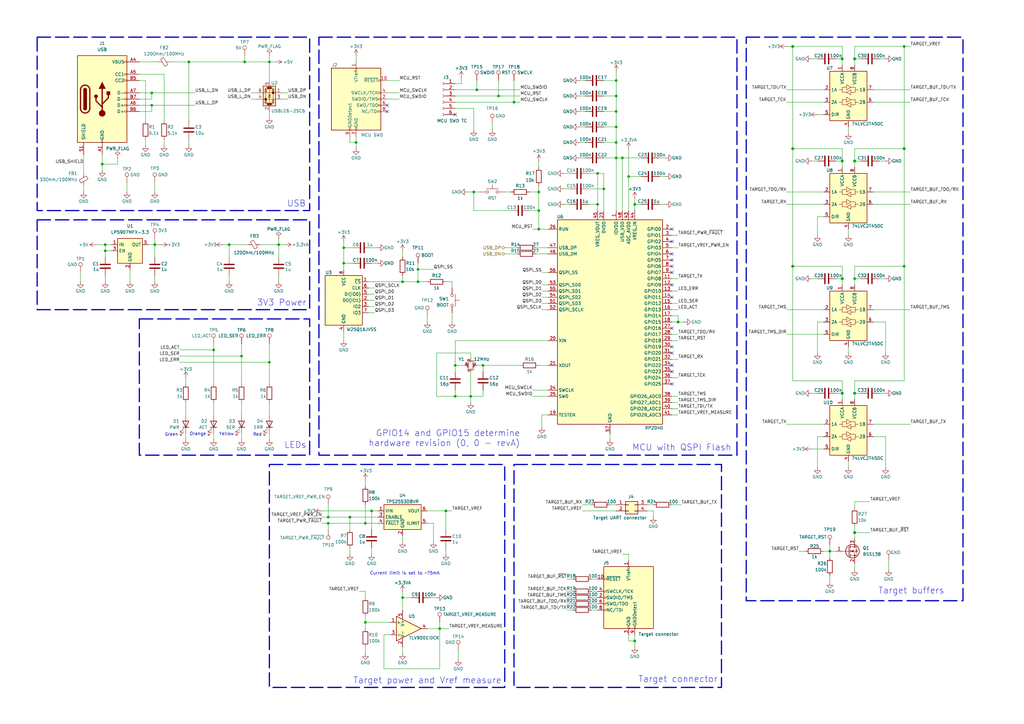
<source format=kicad_sch>
(kicad_sch (version 20231120) (generator "eeschema") (generator_version "8.0")
  (paper "A3")
  (title_block (title "MioLink rev. A") (date "2024-06-29") (comment 2 "Designed by: Dmitry Rezvanov (https://github.com/Misaka0x2730)"))
  (junction (at 165.1 115.57))
  (junction (at 134.62 212.09))
  (junction (at 260.35 262.89))
  (junction (at 110.49 25.4))
  (junction (at 350.52 66.04) (diameter 1.016))
  (junction (at 204.47 39.37))
  (junction (at 171.45 115.57))
  (junction (at 350.52 24.13) (diameter 1.016))
  (junction (at 260.35 83.82))
  (junction (at 186.69 162.56) (diameter 0.9144))
  (junction (at 146.05 58.42))
  (junction (at 198.12 149.86))
  (junction (at 220.98 86.36))
  (junction (at 210.82 41.91))
  (junction (at 149.86 255.27))
  (junction (at 350.52 161.29) (diameter 1.016))
  (junction (at 63.5 100.33))
  (junction (at 278.13 132.08))
  (junction (at 182.88 209.55))
  (junction (at 247.65 77.47))
  (junction (at 370.84 109.22))
  (junction (at 345.44 114.3) (diameter 1.016))
  (junction (at 62.23 38.1))
  (junction (at 180.34 257.81))
  (junction (at 194.31 78.74))
  (junction (at 345.44 66.04) (diameter 1.016))
  (junction (at 143.51 212.09))
  (junction (at 99.06 146.05))
  (junction (at 252.73 39.37))
  (junction (at 140.97 107.95))
  (junction (at 325.12 109.22) (diameter 1.016))
  (junction (at 195.58 36.83))
  (junction (at 134.62 214.63))
  (junction (at 77.47 25.4))
  (junction (at 43.18 100.33))
  (junction (at 220.98 93.98))
  (junction (at 257.81 72.39))
  (junction (at 252.73 45.72))
  (junction (at 252.73 33.02))
  (junction (at 93.98 100.33))
  (junction (at 62.23 43.18))
  (junction (at 193.04 162.56) (diameter 0.9144))
  (junction (at 220.98 78.74))
  (junction (at 100.33 25.4))
  (junction (at 245.11 71.12))
  (junction (at 340.36 226.06))
  (junction (at 114.3 100.33))
  (junction (at 87.63 143.51))
  (junction (at 110.49 148.59))
  (junction (at 255.27 64.77))
  (junction (at 43.18 102.87))
  (junction (at 252.73 58.42))
  (junction (at 171.45 110.49))
  (junction (at 252.73 64.77))
  (junction (at 325.12 19.05) (diameter 1.016))
  (junction (at 325.12 60.96) (diameter 1.016))
  (junction (at 350.52 114.3))
  (junction (at 245.11 83.82))
  (junction (at 345.44 24.13) (diameter 1.016))
  (junction (at 252.73 52.07))
  (junction (at 186.69 149.86) (diameter 0.9144))
  (junction (at 41.91 67.31))
  (junction (at 165.1 245.11))
  (junction (at 370.84 60.96) (diameter 1.016))
  (junction (at 370.84 19.05))
  (junction (at 345.44 161.29) (diameter 1.016))
  (junction (at 140.97 101.6))
  (junction (at 350.52 218.44) (diameter 1.016))
  (junction (at 152.4 209.55))
  (junction (at 149.86 214.63))
  (no_connect (at 275.59 144.78))
  (no_connect (at 275.59 109.22))
  (no_connect (at 275.59 104.14))
  (no_connect (at 275.59 152.4))
  (no_connect (at 275.59 99.06))
  (no_connect (at 275.59 121.92))
  (no_connect (at 275.59 116.84))
  (no_connect (at 275.59 106.68))
  (no_connect (at 275.59 111.76))
  (no_connect (at 186.69 46.99))
  (no_connect (at 275.59 149.86))
  (no_connect (at 158.75 45.72))
  (no_connect (at 275.59 142.24))
  (no_connect (at 275.59 134.62))
  (no_connect (at 158.75 43.18))
  (no_connect (at 275.59 93.98))
  (no_connect (at 275.59 157.48))
  (wire (pts (xy 358.14 179.07) (xy 363.22 179.07)))
  (wire (pts (xy 179.07 144.78) (xy 179.07 162.56)))
  (wire (pts (xy 237.49 58.42) (xy 240.03 58.42)))
  (wire (pts (xy 69.85 25.4) (xy 77.47 25.4)))
  (wire (pts (xy 322.58 137.16) (xy 337.82 137.16)))
  (wire (pts (xy 160.02 260.35) (xy 157.48 260.35)))
  (wire (pts (xy 337.82 226.06) (xy 340.36 226.06)))
  (wire (pts (xy 180.34 257.81) (xy 184.15 257.81)))
  (wire (pts (xy 255.27 64.77) (xy 262.89 64.77)))
  (wire (pts (xy 177.8 222.25) (xy 177.8 214.63)))
  (wire (pts (xy 231.14 77.47) (xy 233.68 77.47)))
  (wire (pts (xy 345.44 60.96) (xy 325.12 60.96)))
  (wire (pts (xy 335.28 46.99) (xy 337.82 46.99)))
  (wire (pts (xy 220.98 76.2) (xy 220.98 78.74)))
  (wire (pts (xy 194.31 53.34) (xy 194.31 44.45)))
  (wire (pts (xy 325.12 156.21) (xy 345.44 156.21)))
  (wire (pts (xy 110.49 148.59) (xy 110.49 157.48)))
  (wire (pts (xy 345.44 109.22) (xy 345.44 114.3)))
  (wire (pts (xy 193.04 162.56) (xy 186.69 162.56)))
  (wire (pts (xy 337.82 179.07) (xy 335.28 179.07)))
  (wire (pts (xy 273.05 64.77) (xy 270.51 64.77)))
  (wire (pts (xy 358.14 132.08) (xy 363.22 132.08)))
  (wire (pts (xy 149.86 196.85) (xy 149.86 199.39)))
  (wire (pts (xy 91.44 100.33) (xy 93.98 100.33)))
  (wire (pts (xy 353.06 161.29) (xy 350.52 161.29)))
  (wire (pts (xy 41.91 67.31) (xy 48.26 67.31)))
  (wire (pts (xy 222.25 170.18) (xy 224.79 170.18)))
  (wire (pts (xy 217.17 86.36) (xy 220.98 86.36)))
  (wire (pts (xy 342.9 161.29) (xy 345.44 161.29)))
  (wire (pts (xy 245.11 245.11) (xy 242.57 245.11)))
  (wire (pts (xy 222.25 121.92) (xy 224.79 121.92)))
  (wire (pts (xy 185.42 128.27) (xy 185.42 132.08)))
  (wire (pts (xy 220.98 93.98) (xy 224.79 93.98)))
  (wire (pts (xy 337.82 36.83) (xy 322.58 36.83)))
  (wire (pts (xy 52.07 74.93) (xy 52.07 78.74)))
  (wire (pts (xy 252.73 39.37) (xy 252.73 45.72)))
  (wire (pts (xy 350.52 109.22) (xy 370.84 109.22)))
  (wire (pts (xy 342.9 66.04) (xy 345.44 66.04)))
  (wire (pts (xy 345.44 114.3) (xy 345.44 116.84)))
  (wire (pts (xy 151.13 123.19) (xy 153.67 123.19)))
  (wire (pts (xy 194.31 78.74) (xy 196.85 78.74)))
  (wire (pts (xy 275.59 162.56) (xy 278.13 162.56)))
  (wire (pts (xy 102.87 40.64) (xy 105.41 40.64)))
  (wire (pts (xy 165.1 102.87) (xy 165.1 105.41)))
  (wire (pts (xy 241.3 83.82) (xy 245.11 83.82)))
  (wire (pts (xy 340.36 223.52) (xy 340.36 226.06)))
  (wire (pts (xy 350.52 19.05) (xy 350.52 24.13)))
  (wire (pts (xy 100.33 25.4) (xy 110.49 25.4)))
  (wire (pts (xy 219.71 104.14) (xy 224.79 104.14)))
  (wire (pts (xy 350.52 66.04) (xy 350.52 60.96)))
  (wire (pts (xy 157.48 260.35) (xy 157.48 274.32)))
  (wire (pts (xy 260.35 262.89) (xy 257.81 262.89)))
  (wire (pts (xy 57.15 43.18) (xy 62.23 43.18)))
  (wire (pts (xy 237.49 64.77) (xy 240.03 64.77)))
  (wire (pts (xy 149.86 242.57) (xy 149.86 245.11)))
  (wire (pts (xy 222.25 111.76) (xy 224.79 111.76)))
  (wire (pts (xy 335.28 179.07) (xy 335.28 191.77)))
  (wire (pts (xy 234.95 247.65) (xy 232.41 247.65)))
  (wire (pts (xy 370.84 156.21) (xy 350.52 156.21)))
  (wire (pts (xy 370.84 109.22) (xy 370.84 156.21)))
  (wire (pts (xy 234.95 245.11) (xy 232.41 245.11)))
  (wire (pts (xy 275.59 137.16) (xy 278.13 137.16)))
  (wire (pts (xy 77.47 57.15) (xy 77.47 59.69)))
  (wire (pts (xy 250.19 207.01) (xy 252.73 207.01)))
  (wire (pts (xy 335.28 66.04) (xy 332.74 66.04)))
  (wire (pts (xy 171.45 110.49) (xy 171.45 115.57)))
  (wire (pts (xy 350.52 215.9) (xy 350.52 218.44)))
  (wire (pts (xy 34.29 76.2) (xy 34.29 78.74)))
  (wire (pts (xy 158.75 38.1) (xy 163.83 38.1)))
  (wire (pts (xy 325.12 109.22) (xy 345.44 109.22)))
  (wire (pts (xy 57.15 45.72) (xy 62.23 45.72)))
  (wire (pts (xy 335.28 161.29) (xy 332.74 161.29)))
  (wire (pts (xy 207.01 78.74) (xy 209.55 78.74)))
  (wire (pts (xy 158.75 33.02) (xy 163.83 33.02)))
  (wire (pts (xy 218.44 162.56) (xy 224.79 162.56)))
  (wire (pts (xy 146.05 58.42) (xy 146.05 60.96)))
  (wire (pts (xy 39.37 100.33) (xy 43.18 100.33)))
  (wire (pts (xy 175.26 257.81) (xy 180.34 257.81)))
  (wire (pts (xy 140.97 99.06) (xy 140.97 101.6)))
  (wire (pts (xy 62.23 38.1) (xy 80.01 38.1)))
  (wire (pts (xy 247.65 39.37) (xy 252.73 39.37)))
  (wire (pts (xy 231.14 83.82) (xy 233.68 83.82)))
  (wire (pts (xy 218.44 160.02) (xy 224.79 160.02)))
  (wire (pts (xy 260.35 83.82) (xy 262.89 83.82)))
  (wire (pts (xy 267.97 209.55) (xy 265.43 209.55)))
  (wire (pts (xy 62.23 45.72) (xy 62.23 43.18)))
  (wire (pts (xy 149.86 255.27) (xy 149.86 257.81)))
  (wire (pts (xy 220.98 66.04) (xy 220.98 68.58)))
  (wire (pts (xy 350.52 161.29) (xy 350.52 163.83)))
  (wire (pts (xy 100.33 22.86) (xy 100.33 25.4)))
  (wire (pts (xy 53.34 110.49) (xy 53.34 115.57)))
  (wire (pts (xy 67.31 30.48) (xy 67.31 49.53)))
  (wire (pts (xy 210.82 33.02) (xy 210.82 41.91)))
  (wire (pts (xy 210.82 41.91) (xy 213.36 41.91)))
  (wire (pts (xy 353.06 114.3) (xy 350.52 114.3)))
  (wire (pts (xy 185.42 115.57) (xy 182.88 115.57)))
  (wire (pts (xy 189.23 31.75) (xy 189.23 34.29)))
  (wire (pts (xy 114.3 100.33) (xy 116.84 100.33)))
  (wire (pts (xy 99.06 146.05) (xy 99.06 157.48)))
  (wire (pts (xy 152.4 224.79) (xy 152.4 227.33)))
  (wire (pts (xy 195.58 33.02) (xy 195.58 36.83)))
  (wire (pts (xy 345.44 66.04) (xy 345.44 60.96)))
  (wire (pts (xy 252.73 52.07) (xy 252.73 58.42)))
  (wire (pts (xy 165.1 245.11) (xy 168.91 245.11)))
  (wire (pts (xy 43.18 113.03) (xy 43.18 115.57)))
  (wire (pts (xy 247.65 64.77) (xy 252.73 64.77)))
  (wire (pts (xy 217.17 78.74) (xy 220.98 78.74)))
  (wire (pts (xy 275.59 127) (xy 278.13 127)))
  (wire (pts (xy 63.5 100.33) (xy 66.04 100.33)))
  (wire (pts (xy 350.52 205.74) (xy 356.87 205.74)))
  (wire (pts (xy 34.29 63.5) (xy 34.29 71.12)))
  (wire (pts (xy 322.58 41.91) (xy 337.82 41.91)))
  (wire (pts (xy 322.58 78.74) (xy 337.82 78.74)))
  (wire (pts (xy 265.43 207.01) (xy 267.97 207.01)))
  (wire (pts (xy 335.28 114.3) (xy 332.74 114.3)))
  (wire (pts (xy 143.51 212.09) (xy 154.94 212.09)))
  (wire (pts (xy 252.73 64.77) (xy 252.73 86.36)))
  (wire (pts (xy 187.96 266.7) (xy 187.96 270.51)))
  (wire (pts (xy 350.52 231.14) (xy 350.52 233.68)))
  (wire (pts (xy 186.69 36.83) (xy 195.58 36.83)))
  (wire (pts (xy 140.97 107.95) (xy 144.78 107.95)))
  (wire (pts (xy 325.12 60.96) (xy 325.12 19.05)))
  (wire (pts (xy 143.51 55.88) (xy 143.51 58.42)))
  (wire (pts (xy 260.35 86.36) (xy 260.35 83.82)))
  (wire (pts (xy 245.11 242.57) (xy 242.57 242.57)))
  (wire (pts (xy 87.63 177.8) (xy 87.63 180.34)))
  (wire (pts (xy 147.32 242.57) (xy 149.86 242.57)))
  (wire (pts (xy 267.97 209.55) (xy 267.97 212.09)))
  (wire (pts (xy 76.2 154.94) (xy 76.2 157.48)))
  (wire (pts (xy 59.69 57.15) (xy 59.69 59.69)))
  (wire (pts (xy 252.73 29.21) (xy 252.73 33.02)))
  (wire (pts (xy 347.98 96.52) (xy 347.98 93.98)))
  (wire (pts (xy 149.86 207.01) (xy 149.86 214.63)))
  (wire (pts (xy 193.04 144.78) (xy 179.07 144.78)))
  (wire (pts (xy 182.88 209.55) (xy 185.42 209.55)))
  (wire (pts (xy 182.88 224.79) (xy 182.88 227.33)))
  (wire (pts (xy 350.52 156.21) (xy 350.52 161.29)))
  (wire (pts (xy 149.86 252.73) (xy 149.86 255.27)))
  (wire (pts (xy 193.04 152.4) (xy 193.04 162.56)))
  (wire (pts (xy 190.5 149.86) (xy 186.69 149.86)))
  (wire (pts (xy 165.1 242.57) (xy 165.1 245.11)))
  (wire (pts (xy 186.69 149.86) (xy 186.69 152.4)))
  (wire (pts (xy 278.13 129.54) (xy 278.13 132.08)))
  (wire (pts (xy 194.31 86.36) (xy 194.31 78.74)))
  (wire (pts (xy 218.44 93.98) (xy 220.98 93.98)))
  (wire (pts (xy 222.25 127) (xy 224.79 127)))
  (wire (pts (xy 247.65 45.72) (xy 252.73 45.72)))
  (wire (pts (xy 345.44 66.04) (xy 345.44 68.58)))
  (wire (pts (xy 143.51 58.42) (xy 146.05 58.42)))
  (wire (pts (xy 220.98 78.74) (xy 220.98 86.36)))
  (wire (pts (xy 322.58 83.82) (xy 337.82 83.82)))
  (wire (pts (xy 93.98 100.33) (xy 93.98 105.41)))
  (wire (pts (xy 245.11 83.82) (xy 245.11 86.36)))
  (wire (pts (xy 186.69 149.86) (xy 186.69 139.7)))
  (wire (pts (xy 87.63 165.1) (xy 87.63 170.18)))
  (wire (pts (xy 222.25 124.46) (xy 224.79 124.46)))
  (wire (pts (xy 99.06 140.97) (xy 99.06 146.05)))
  (wire (pts (xy 180.34 274.32) (xy 180.34 257.81)))
  (wire (pts (xy 115.57 38.1) (xy 118.11 38.1)))
  (wire (pts (xy 63.5 74.93) (xy 63.5 78.74)))
  (wire (pts (xy 245.11 71.12) (xy 247.65 71.12)))
  (wire (pts (xy 158.75 40.64) (xy 163.83 40.64)))
  (wire (pts (xy 152.4 209.55) (xy 152.4 217.17)))
  (wire (pts (xy 151.13 128.27) (xy 153.67 128.27)))
  (wire (pts (xy 222.25 170.18) (xy 222.25 175.26)))
  (wire (pts (xy 340.36 236.22) (xy 340.36 238.76)))
  (wire (pts (xy 241.3 77.47) (xy 247.65 77.47)))
  (wire (pts (xy 337.82 88.9) (xy 335.28 88.9)))
  (wire (pts (xy 247.65 58.42) (xy 252.73 58.42)))
  (wire (pts (xy 57.15 25.4) (xy 64.77 25.4)))
  (wire (pts (xy 275.59 139.7) (xy 278.13 139.7)))
  (wire (pts (xy 63.5 113.03) (xy 63.5 115.57)))
  (wire (pts (xy 350.52 218.44) (xy 350.52 220.98)))
  (wire (pts (xy 325.12 60.96) (xy 325.12 109.22)))
  (wire (pts (xy 110.49 140.97) (xy 110.49 148.59)))
  (wire (pts (xy 114.3 97.79) (xy 114.3 100.33)))
  (wire (pts (xy 222.25 116.84) (xy 224.79 116.84)))
  (wire (pts (xy 260.35 81.28) (xy 260.35 83.82)))
  (wire (pts (xy 234.95 250.19) (xy 232.41 250.19)))
  (wire (pts (xy 337.82 132.08) (xy 335.28 132.08)))
  (wire (pts (xy 143.51 224.79) (xy 143.51 227.33)))
  (wire (pts (xy 238.76 207.01) (xy 242.57 207.01)))
  (wire (pts (xy 257.81 72.39) (xy 262.89 72.39)))
  (wire (pts (xy 41.91 63.5) (xy 41.91 67.31)))
  (wire (pts (xy 76.2 165.1) (xy 76.2 170.18)))
  (wire (pts (xy 63.5 97.79) (xy 63.5 100.33)))
  (wire (pts (xy 62.23 40.64) (xy 62.23 38.1)))
  (wire (pts (xy 57.15 38.1) (xy 62.23 38.1)))
  (wire (pts (xy 165.1 219.71) (xy 165.1 222.25)))
  (wire (pts (xy 171.45 107.95) (xy 171.45 110.49)))
  (wire (pts (xy 255.27 64.77) (xy 255.27 86.36)))
  (wire (pts (xy 198.12 160.02) (xy 198.12 162.56)))
  (wire (pts (xy 278.13 132.08) (xy 275.59 132.08)))
  (wire (pts (xy 207.01 104.14) (xy 212.09 104.14)))
  (wire (pts (xy 275.59 114.3) (xy 278.13 114.3)))
  (wire (pts (xy 322.58 127) (xy 337.82 127)))
  (wire (pts (xy 358.14 173.99) (xy 373.38 173.99)))
  (wire (pts (xy 73.66 148.59) (xy 110.49 148.59)))
  (wire (pts (xy 157.48 274.32) (xy 180.34 274.32)))
  (wire (pts (xy 59.69 33.02) (xy 59.69 49.53)))
  (wire (pts (xy 234.95 242.57) (xy 232.41 242.57)))
  (wire (pts (xy 325.12 109.22) (xy 325.12 156.21)))
  (wire (pts (xy 149.86 214.63) (xy 154.94 214.63)))
  (wire (pts (xy 41.91 67.31) (xy 41.91 69.85)))
  (wire (pts (xy 186.69 44.45) (xy 194.31 44.45)))
  (wire (pts (xy 350.52 60.96) (xy 370.84 60.96)))
  (wire (pts (xy 237.49 39.37) (xy 240.03 39.37)))
  (wire (pts (xy 234.95 237.49) (xy 232.41 237.49)))
  (wire (pts (xy 370.84 19.05) (xy 350.52 19.05)))
  (wire (pts (xy 134.62 212.09) (xy 143.51 212.09)))
  (wire (pts (xy 134.62 207.01) (xy 134.62 212.09)))
  (wire (pts (xy 165.1 245.11) (xy 165.1 250.19)))
  (wire (pts (xy 134.62 214.63) (xy 134.62 217.17)))
  (wire (pts (xy 204.47 39.37) (xy 213.36 39.37)))
  (wire (pts (xy 77.47 25.4) (xy 77.47 49.53)))
  (wire (pts (xy 345.44 19.05) (xy 345.44 24.13)))
  (wire (pts (xy 257.81 60.96) (xy 257.81 72.39)))
  (wire (pts (xy 43.18 102.87) (xy 45.72 102.87)))
  (wire (pts (xy 350.52 218.44) (xy 356.87 218.44)))
  (wire (pts (xy 275.59 119.38) (xy 278.13 119.38)))
  (wire (pts (xy 186.69 162.56) (xy 186.69 160.02)))
  (wire (pts (xy 222.25 119.38) (xy 224.79 119.38)))
  (wire (pts (xy 358.14 83.82) (xy 373.38 83.82)))
  (wire (pts (xy 99.06 177.8) (xy 99.06 180.34)))
  (wire (pts (xy 198.12 162.56) (xy 193.04 162.56)))
  (wire (pts (xy 140.97 101.6) (xy 140.97 107.95)))
  (wire (pts (xy 241.3 71.12) (xy 245.11 71.12)))
  (wire (pts (xy 363.22 179.07) (xy 363.22 191.77)))
  (wire (pts (xy 370.84 60.96) (xy 370.84 19.05)))
  (wire (pts (xy 102.87 38.1) (xy 105.41 38.1)))
  (wire (pts (xy 273.05 72.39) (xy 270.51 72.39)))
  (wire (pts (xy 43.18 100.33) (xy 43.18 102.87)))
  (wire (pts (xy 275.59 129.54) (xy 278.13 129.54)))
  (wire (pts (xy 198.12 149.86) (xy 213.36 149.86)))
  (wire (pts (xy 358.14 41.91) (xy 373.38 41.91)))
  (wire (pts (xy 220.98 86.36) (xy 220.98 93.98)))
  (wire (pts (xy 99.06 165.1) (xy 99.06 170.18)))
  (wire (pts (xy 237.49 52.07) (xy 240.03 52.07)))
  (wire (pts (xy 177.8 110.49) (xy 171.45 110.49)))
  (wire (pts (xy 57.15 33.02) (xy 59.69 33.02)))
  (wire (pts (xy 76.2 177.8) (xy 76.2 180.34)))
  (wire (pts (xy 110.49 25.4) (xy 113.03 25.4)))
  (wire (pts (xy 198.12 149.86) (xy 198.12 152.4)))
  (wire (pts (xy 186.69 39.37) (xy 204.47 39.37)))
  (wire (pts (xy 33.02 111.76) (xy 33.02 115.57)))
  (wire (pts (xy 193.04 162.56) (xy 193.04 165.1)))
  (wire (pts (xy 114.3 113.03) (xy 114.3 115.57)))
  (wire (pts (xy 275.59 170.18) (xy 278.13 170.18)))
  (wire (pts (xy 322.58 19.05) (xy 325.12 19.05)))
  (wire (pts (xy 252.73 52.07) (xy 252.73 45.72)))
  (wire (pts (xy 134.62 214.63) (xy 149.86 214.63)))
  (wire (pts (xy 110.49 25.4) (xy 110.49 33.02)))
  (wire (pts (xy 175.26 115.57) (xy 171.45 115.57)))
  (wire (pts (xy 57.15 40.64) (xy 62.23 40.64)))
  (wire (pts (xy 132.08 212.09) (xy 134.62 212.09)))
  (wire (pts (xy 247.65 33.02) (xy 252.73 33.02)))
  (wire (pts (xy 237.49 45.72) (xy 240.03 45.72)))
  (wire (pts (xy 176.53 245.11) (xy 179.07 245.11)))
  (wire (pts (xy 149.86 255.27) (xy 160.02 255.27)))
  (wire (pts (xy 247.65 52.07) (xy 252.73 52.07)))
  (wire (pts (xy 245.11 71.12) (xy 245.11 83.82)))
  (wire (pts (xy 57.15 30.48) (xy 67.31 30.48)))
  (wire (pts (xy 238.76 209.55) (xy 252.73 209.55)))
  (wire (pts (xy 60.96 100.33) (xy 63.5 100.33)))
  (wire (pts (xy 358.14 36.83) (xy 373.38 36.83)))
  (wire (pts (xy 175.26 209.55) (xy 182.88 209.55)))
  (wire (pts (xy 370.84 60.96) (xy 370.84 109.22)))
  (wire (pts (xy 48.26 64.77) (xy 48.26 67.31)))
  (wire (pts (xy 143.51 212.09) (xy 143.51 217.17)))
  (wire (pts (xy 345.44 161.29) (xy 345.44 163.83)))
  (wire (pts (xy 247.65 77.47) (xy 247.65 86.36)))
  (wire (pts (xy 77.47 25.4) (xy 100.33 25.4)))
  (wire (pts (xy 325.12 19.05) (xy 345.44 19.05)))
  (wire (pts (xy 73.66 146.05) (xy 99.06 146.05)))
  (wire (pts (xy 204.47 33.02) (xy 204.47 39.37)))
  (wire (pts (xy 63.5 105.41) (xy 63.5 100.33)))
  (wire (pts (xy 180.34 255.27) (xy 180.34 257.81)))
  (wire (pts (xy 179.07 162.56) (xy 186.69 162.56)))
  (wire (pts (xy 245.11 247.65) (xy 242.57 247.65)))
  (wire (pts (xy 186.69 41.91) (xy 210.82 41.91)))
  (wire (pts (xy 185.42 118.11) (xy 185.42 115.57)))
  (wire (pts (xy 73.66 143.51) (xy 87.63 143.51)))
  (wire (pts (xy 358.14 127) (xy 373.38 127)))
  (wire (pts (xy 165.1 265.43) (xy 165.1 267.97)))
  (wire (pts (xy 191.77 78.74) (xy 194.31 78.74)))
  (wire (pts (xy 370.84 19.05) (xy 373.38 19.05)))
  (wire (pts (xy 43.18 102.87) (xy 43.18 105.41)))
  (wire (pts (xy 252.73 64.77) (xy 252.73 58.42)))
  (wire (pts (xy 347.98 54.61) (xy 347.98 52.07)))
  (wire (pts (xy 350.52 114.3) (xy 350.52 116.84)))
  (wire (pts (xy 322.58 173.99) (xy 337.82 173.99)))
  (wire (pts (xy 350.52 109.22) (xy 350.52 114.3)))
  (wire (pts (xy 350.52 205.74) (xy 350.52 208.28)))
  (wire (pts (xy 115.57 40.64) (xy 118.11 40.64)))
  (wire (pts (xy 260.35 260.35) (xy 260.35 262.89)))
  (wire (pts (xy 335.28 96.52) (xy 335.28 88.9)))
  (wire (pts (xy 363.22 132.08) (xy 363.22 144.78)))
  (wire (pts (xy 231.14 71.12) (xy 233.68 71.12)))
  (wire (pts (xy 110.49 165.1) (xy 110.49 170.18)))
  (wire (pts (xy 171.45 115.57) (xy 165.1 115.57)))
  (wire (pts (xy 195.58 149.86) (xy 198.12 149.86)))
  (wire (pts (xy 340.36 228.6) (xy 340.36 226.06)))
  (wire (pts (xy 152.4 101.6) (xy 154.94 101.6)))
  (wire (pts (xy 93.98 100.33) (xy 101.6 100.33)))
  (wire (pts (xy 252.73 64.77) (xy 255.27 64.77)))
  (wire (pts (xy 278.13 132.08) (xy 280.67 132.08)))
  (wire (pts (xy 337.82 184.15) (xy 332.74 184.15)))
  (wire (pts (xy 175.26 129.54) (xy 175.26 132.08)))
  (wire (pts (xy 275.59 101.6) (xy 278.13 101.6)))
  (wire (pts (xy 275.59 154.94) (xy 278.13 154.94)))
  (wire (pts (xy 257.81 227.33) (xy 255.27 227.33)))
  (wire (pts (xy 347.98 144.78) (xy 347.98 142.24)))
  (wire (pts (xy 350.52 24.13) (xy 350.52 26.67)))
  (wire (pts (xy 342.9 24.13) (xy 345.44 24.13)))
  (wire (pts (xy 151.13 118.11) (xy 153.67 118.11)))
  (wire (pts (xy 275.59 96.52) (xy 278.13 96.52)))
  (wire (pts (xy 252.73 39.37) (xy 252.73 33.02)))
  (wire (pts (xy 275.59 167.64) (xy 278.13 167.64)))
  (wire (pts (xy 353.06 66.04) (xy 350.52 66.04)))
  (wire (pts (xy 67.31 57.15) (xy 67.31 59.69)))
  (wire (pts (xy 132.08 209.55) (xy 152.4 209.55)))
  (wire (pts (xy 146.05 22.86) (xy 146.05 25.4)))
  (wire (pts (xy 220.98 149.86) (xy 224.79 149.86)))
  (wire (pts (xy 257.81 229.87) (xy 257.81 227.33)))
  (wire (pts (xy 201.93 50.8) (xy 201.93 53.34)))
  (wire (pts (xy 87.63 143.51) (xy 87.63 157.48)))
  (wire (pts (xy 194.31 86.36) (xy 209.55 86.36)))
  (wire (pts (xy 245.11 250.19) (xy 242.57 250.19)))
  (wire (pts (xy 151.13 115.57) (xy 165.1 115.57)))
  (wire (pts (xy 260.35 262.89) (xy 260.35 265.43)))
  (wire (pts (xy 93.98 113.03) (xy 93.98 115.57)))
  (wire (pts (xy 335.28 24.13) (xy 332.74 24.13)))
  (wire (pts (xy 335.28 132.08) (xy 335.28 144.78)))
  (wire (pts (xy 151.13 125.73) (xy 153.67 125.73)))
  (wire (pts (xy 240.03 33.02) (xy 237.49 33.02)))
  (wire (pts (xy 247.65 71.12) (xy 247.65 77.47)))
  (wire (pts (xy 358.14 78.74) (xy 373.38 78.74)))
  (wire (pts (xy 182.88 209.55) (xy 182.88 217.17)))
  (wire (pts (xy 151.13 120.65) (xy 153.67 120.65)))
  (wire (pts (xy 257.81 86.36) (xy 257.81 72.39)))
  (wire (pts (xy 189.23 34.29) (xy 186.69 34.29)))
  (wire (pts (xy 360.68 161.29) (xy 363.22 161.29)))
  (wire (pts (xy 270.51 83.82) (xy 273.05 83.82)))
  (wire (pts (xy 350.52 66.04) (xy 350.52 68.58)))
  (wire (pts (xy 360.68 24.13) (xy 363.22 24.13)))
  (wire (pts (xy 186.69 139.7) (xy 224.79 139.7)))
  (wire (pts (xy 340.36 226.06) (xy 342.9 226.06)))
  (wire (pts (xy 275.59 124.46) (xy 278.13 124.46)))
  (wire (pts (xy 193.04 147.32) (xy 193.04 144.78)))
  (wire (pts (xy 152.4 107.95) (xy 154.94 107.95)))
  (wire (pts (xy 345.44 156.21) (xy 345.44 161.29)))
  (wire (pts (xy 257.81 260.35) (xy 257.81 262.89)))
  (wire (pts (xy 360.68 66.04) (xy 363.22 66.04)))
  (wire (pts (xy 140.97 135.89) (xy 140.97 139.7)))
  (wire (pts (xy 152.4 209.55) (xy 154.94 209.55)))
  (wire (pts (xy 146.05 55.88) (xy 146.05 58.42)))
  (wire (pts (xy 165.1 113.03) (xy 165.1 115.57)))
  (wire (pts (xy 140.97 101.6) (xy 144.78 101.6)))
  (wire (pts (xy 347.98 191.77) (xy 347.98 189.23)))
  (wire (pts (xy 327.66 226.06) (xy 330.2 226.06)))
  (wire (pts (xy 110.49 45.72) (xy 110.49 48.26)))
  (wire (pts (xy 364.49 229.87) (xy 364.49 233.68)))
  (wire (pts (xy 353.06 24.13) (xy 350.52 24.13)))
  (wire (pts (xy 132.08 214.63) (xy 134.62 214.63)))
  (wire (pts (xy 110.49 177.8) (xy 110.49 180.34)))
  (wire (pts (xy 275.59 207.01) (xy 279.4 207.01)))
  (wire (pts (xy 114.3 100.33) (xy 114.3 105.41)))
  (wire (pts (xy 275.59 147.32) (xy 278.13 147.32)))
  (wire (pts (xy 140.97 107.95) (xy 140.97 110.49)))
  (wire (pts (xy 62.23 43.18) (xy 80.01 43.18)))
  (wire (pts (xy 177.8 214.63) (xy 175.26 214.63)))
  (wire (pts (xy 345.44 24.13) (xy 345.44 26.67)))
  (wire (pts (xy 110.49 22.86) (xy 110.49 25.4)))
  (wire (pts (xy 207.01 101.6) (xy 212.09 101.6)))
  (wire (pts (xy 195.58 36.83) (xy 213.36 36.83)))
  (wire (pts (xy 360.68 114.3) (xy 363.22 114.3)))
  (wire (pts (xy 87.63 140.97) (xy 87.63 143.51)))
  (wire (pts (xy 106.68 100.33) (xy 114.3 100.33)))
  (wire (pts (xy 219.71 101.6) (xy 224.79 101.6)))
  (wire (pts (xy 149.86 265.43) (xy 149.86 267.97)))
  (wire (pts (xy 245.11 237.49) (xy 242.57 237.49)))
  (wire (pts (xy 45.72 100.33) (xy 43.18 100.33)))
  (wire (pts (xy 250.19 177.8) (xy 250.19 180.34)))
  (wire (pts (xy 342.9 114.3) (xy 345.44 114.3)))
  (wire (pts (xy 275.59 165.1) (xy 278.13 165.1)))
  (rectangle (start 210.82 190.5) (end 295.91 281.94) (stroke (width 0.5) (type dash)))
  (rectangle (start 15.24 15.24) (end 127 86.36) (stroke (width 0.5) (type dash)))
  (rectangle (start 57.15 130.81) (end 127 186.69) (stroke (width 0.5) (type dash)))
  (rectangle (start 110.49 190.5) (end 207.01 281.94) (stroke (width 0.5) (type dash)))
  (rectangle (start 306.07 15.24) (end 394.97 246.38) (stroke (width 0.5) (type dash)))
  (rectangle (start 15.24 90.17) (end 127 127) (stroke (width 0.5) (type dash)))
  (rectangle (start 130.81 15.24) (end 302.26 186.69) (stroke (width 0.5) (type dash)))
  (text "Red" (at 107.442 179.07 0) (effects (font (size 1.27 1.27)) (justify right bottom)))
  (text "Target buffers" (at 387.35 243.84 0) (effects (font (size 2.54 2.54)) (justify right bottom)))
  (text "Current limit is set to ~75mA" (at 151.638 235.966 0) (effects (font (size 1.27 1.27)) (justify left bottom)))
  (text "Yellow" (at 96.012 178.816 0) (effects (font (size 1.27 1.27)) (justify right bottom)))
  (text "MCU with QSPI Flash" (at 299.974 185.166 0) (effects (font (size 2.54 2.54)) (justify right bottom)))
  (text "Green" (at 73.152 179.07 0) (effects (font (size 1.27 1.27)) (justify right bottom)))
  (text "GPIO14 and GPIO15 determine\nhardware revision (0, 0 - revA)" (at 213.36 183.388 0) (effects (font (size 2.54 2.54)) (justify right bottom)))
  (text "Target power and Vref measure" (at 205.74 280.67 0) (effects (font (size 2.54 2.54)) (justify right bottom)))
  (text "Orange" (at 84.582 178.816 0) (effects (font (size 1.27 1.27)) (justify right bottom)))
  (text "Target connector" (at 294.386 280.162 0) (effects (font (size 2.54 2.54)) (justify right bottom)))
  (text "LEDs" (at 125.73 184.15 0) (effects (font (size 2.54 2.54)) (justify right bottom)))
  (text "USB" (at 125.476 85.09 0) (effects (font (size 2.54 2.54)) (justify right bottom)))
  (text "3V3 Power" (at 125.73 125.73 0) (effects (font (size 2.54 2.54)) (justify right bottom)))
  (label "TARGET_TCK" (at 322.58 41.91 180))
  (label "TARGET_BUF_TDO{slash}RX" (at 232.41 247.65 180))
  (label "TARGET_RX" (at 278.13 147.32 0))
  (label "TARGET_TDO{slash}RX" (at 278.13 137.16 0))
  (label "TARGET_PWR_~{FAULT}" (at 278.13 96.52 0))
  (label "MCU_RST" (at 163.83 33.02 0))
  (label "TARGET_RST" (at 278.13 139.7 0))
  (label "QSPI_SCLK" (at 222.25 127 180))
  (label "QSPI_D1" (at 222.25 119.38 180))
  (label "QSPI_D2" (at 153.67 125.73 0))
  (label "TARGET_TDI{slash}TX" (at 278.13 167.64 0))
  (label "USB_DN" (at 118.11 40.64 0))
  (label "USB_L_DN" (at 80.01 38.1 0))
  (label "QSPI_D3" (at 153.67 128.27 0))
  (label "TARGET_VREF" (at 373.38 19.05 0))
  (label "TARGET_BUF_TCK" (at 373.38 41.91 0))
  (label "QSPI_D2" (at 222.25 121.92 180))
  (label "QSPI_SCLK" (at 153.67 118.11 0))
  (label "MCU_SWCLK" (at 213.36 41.91 0))
  (label "USB_L_DP" (at 80.01 43.18 0))
  (label "QSPI_D3" (at 222.25 124.46 180))
  (label "USB_DP" (at 118.11 38.1 0))
  (label "TARGET_VREF" (at 255.27 227.33 180))
  (label "MCU_SWCLK" (at 163.83 38.1 0))
  (label "TARGET_BUF_RX" (at 238.76 207.01 180))
  (label "TARGET_BUF_TX" (at 279.4 207.01 0))
  (label "LED_SER" (at 73.66 146.05 180))
  (label "TARGET_RST" (at 327.66 226.06 180))
  (label "TARGET_BUF_TMS" (at 232.41 245.11 180))
  (label "TARGET_BUF_~{RST}" (at 356.87 218.44 0))
  (label "MCU_SWDIO" (at 213.36 36.83 0))
  (label "TARGET_BUF_~{RST}" (at 232.41 237.49 180))
  (label "TARGET_BUF_TX" (at 373.38 173.99 0))
  (label "TARGET_BUF_TCK" (at 232.41 242.57 180))
  (label "TARGET_VREF" (at 185.42 209.55 0))
  (label "TARGET_TX" (at 322.58 173.99 180))
  (label "USB_SHIELD" (at 34.29 67.31 180))
  (label "TARGET_BUF_TMS" (at 373.38 127 0))
  (label "USB_L_DN" (at 102.87 40.64 180))
  (label "LED_ERR" (at 73.66 148.59 180))
  (label "TARGET_TMS" (at 278.13 162.56 0))
  (label "QSPI_D0" (at 153.67 120.65 0))
  (label "TARGET_VREF_PWR_EN" (at 278.13 101.6 0))
  (label "TARGET_VREF_PWR_EN" (at 132.08 212.09 180))
  (label "TARGET_TMS_DIR" (at 322.58 137.16 180))
  (label "LED_ACT" (at 278.13 127 0))
  (label "TARGET_VREF_MEASURE" (at 278.13 170.18 0))
  (label "MCU_SWCLK" (at 218.44 160.02 180))
  (label "TARGET_VREF_MEASURE" (at 184.15 257.81 0))
  (label "TARGET_PWR_~{FAULT}" (at 132.08 214.63 180))
  (label "QSPI_D1" (at 153.67 123.19 0))
  (label "TARGET_VREF" (at 238.76 209.55 180))
  (label "TARGET_TCK" (at 278.13 154.94 0))
  (label "TARGET_VREF" (at 356.87 205.74 0))
  (label "TARGET_VREF" (at 147.32 242.57 180))
  (label "QSPI_D0" (at 222.25 116.84 180))
  (label "TARGET_TX" (at 278.13 114.3 0))
  (label "LED_ERR" (at 278.13 119.38 0))
  (label "TARGET_RX" (at 322.58 83.82 180))
  (label "MCU_SWDIO" (at 218.44 162.56 180))
  (label "TARGET_BUF_TDI{slash}TX" (at 232.41 250.19 180))
  (label "TARGET_BUF_RX" (at 373.38 83.82 0))
  (label "LED_ACT" (at 73.66 143.51 180))
  (label "LED_SER" (at 278.13 124.46 0))
  (label "TARGET_BUF_TDI{slash}TX" (at 373.38 36.83 0))
  (label "QSPI_SS" (at 177.8 110.49 0))
  (label "MCU_RST" (at 213.36 39.37 0))
  (label "MCU_RST" (at 218.44 93.98 180))
  (label "TARGET_TDO{slash}RX" (at 322.58 78.74 180))
  (label "TARGET_TMS_DIR" (at 278.13 165.1 0))
  (label "QSPI_SS" (at 222.25 111.76 180))
  (label "MCU_SWDIO" (at 163.83 40.64 0))
  (label "TARGET_TMS" (at 322.58 127 180))
  (label "USB_L_DP" (at 102.87 38.1 180))
  (label "TARGET_TDI{slash}TX" (at 322.58 36.83 180))
  (label "TARGET_BUF_TDO{slash}RX" (at 373.38 78.74 0))
  (hierarchical_label "USB_DN" (shape bidirectional) (at 207.01 104.14 180))
  (hierarchical_label "USB_DP" (shape bidirectional) (at 207.01 101.6 180))
  (symbol (lib_id "Connector:TestPoint") (at 63.5 97.79 0) (mirror y) (unit 1)
    (property "Reference" "TP4" (at 63.5 92.202 0))
    (property "Value" "3V3" (at 64.77 95.25 0) (effects (justify right bottom)))
    (property "Footprint" "TestPoint:TestPoint_Pad_D1.0mm" (effects (hide yes)))
    (property "Description" "test point" (effects (hide yes)))
  )
  (symbol (lib_id "Device:R") (at 271.78 207.01 90) (unit 1)
    (property "Reference" "R24" (at 269.24 205.74 90) (effects (justify left)))
    (property "Value" "100" (at 274.32 205.74 90) (effects (justify right)))
    (property "Footprint" "Resistor_SMD:R_0402_1005Metric" (effects (hide yes)))
    (property "Description" "Resistor" (effects (hide yes)))
    (property "Part Number" "0402WGF1000TCE" (effects (hide yes)))
    (property "LCSC" "C25076" (effects (hide yes)))
  )
  (symbol (lib_id "power:GND") (at 363.22 114.3 90) (mirror x) (unit 1)
    (property "Reference" "#PWR090" (effects (hide yes)))
    (property "Value" "GND" (at 365.76 114.3 90) (effects (justify right)))
    (property "Description" "Power symbol creates a global label with name \"GND\" , ground" (effects (hide yes)))
  )
  (symbol (lib_id "power:+5V") (at 39.37 100.33 90) (unit 1)
    (property "Reference" "#PWR03" (effects (hide yes)))
    (property "Value" "+5V" (at 34.29 100.33 90))
    (property "Description" "Power symbol creates a global label with name \"+5V\"" (effects (hide yes)))
  )
  (symbol (lib_id "Device:C") (at 237.49 77.47 90) (mirror x) (unit 1)
    (property "Reference" "C15" (at 236.22 76.2 90) (effects (justify left)))
    (property "Value" "100n" (at 238.7601 76.2 90) (effects (justify right)))
    (property "Footprint" "Capacitor_SMD:C_0402_1005Metric" (effects (hide yes)))
    (property "Description" "Unpolarized capacitor" (effects (hide yes)))
    (property "Part Number" "CL05B104KO5NNNC" (effects (hide yes)))
    (property "LCSC" "C1525" (effects (hide yes)))
  )
  (symbol (lib_id "Connector:TestPoint") (at 175.26 129.54 0) (unit 1)
    (property "Reference" "TP12" (at 175.26 123.19 0))
    (property "Value" "GND" (at 173.99 127 0) (effects (justify right bottom)))
    (property "Footprint" "TestPoint:TestPoint_Pad_D1.0mm" (effects (hide yes)))
    (property "Description" "test point" (effects (hide yes)))
  )
  (symbol (lib_id "power:GND") (at 59.69 59.69 0) (unit 1)
    (property "Reference" "#PWR08" (effects (hide yes)))
    (property "Value" "GND" (at 59.69 63.5 0))
    (property "Description" "Power symbol creates a global label with name \"GND\" , ground" (effects (hide yes)))
  )
  (symbol (lib_id "power:GND") (at 143.51 227.33 0) (mirror y) (unit 1)
    (property "Reference" "#PWR028" (effects (hide yes)))
    (property "Value" "GND" (at 143.51 231.14 0))
    (property "Description" "Power symbol creates a global label with name \"GND\" , ground" (effects (hide yes)))
  )
  (symbol (lib_id "Connector:TestPoint") (at 63.5 74.93 0) (unit 1)
    (property "Reference" "TP3" (at 63.5 69.088 0))
    (property "Value" "GND" (at 64.77 72.39 0) (effects (justify left bottom)))
    (property "Footprint" "TestPoint:TestPoint_Keystone_5000-5004_Miniature" (effects (hide yes)))
    (property "Description" "test point" (effects (hide yes)))
  )
  (symbol (lib_id "Connector:TestPoint") (at 99.06 140.97 0) (mirror y) (unit 1)
    (property "Reference" "TP6" (at 99.06 135.382 0))
    (property "Value" "LED_SER" (at 97.79 138.43 0) (effects (justify left bottom)))
    (property "Footprint" "TestPoint:TestPoint_Pad_D1.0mm" (effects (hide yes)))
    (property "Description" "test point" (effects (hide yes)))
  )
  (symbol (lib_id "power:PWR_FLAG") (at 48.26 64.77 0) (unit 1)
    (property "Reference" "#FLG01" (effects (hide yes)))
    (property "Value" "PWR_FLAG" (at 48.26 60.96 0))
    (property "Description" "Special symbol for telling ERC where power comes from" (effects (hide yes)))
  )
  (symbol (lib_id "power:GND") (at 146.05 60.96 0) (unit 1)
    (property "Reference" "#PWR030" (effects (hide yes)))
    (property "Value" "GND" (at 146.05 64.77 0))
    (property "Description" "Power symbol creates a global label with name \"GND\" , ground" (effects (hide yes)))
  )
  (symbol (lib_id "power:PWR_FLAG") (at 110.49 22.86 0) (unit 1)
    (property "Reference" "#FLG02" (effects (hide yes)))
    (property "Value" "PWR_FLAG" (at 110.49 19.05 0))
    (property "Description" "Special symbol for telling ERC where power comes from" (effects (hide yes)))
  )
  (symbol (lib_id "power:GND") (at 347.98 144.78 0) (mirror y) (unit 1)
    (property "Reference" "#PWR085" (effects (hide yes)))
    (property "Value" "GND" (at 347.98 148.59 0))
    (property "Description" "Power symbol creates a global label with name \"GND\" , ground" (effects (hide yes)))
  )
  (symbol (lib_id "power:GND") (at 260.35 265.43 0) (mirror y) (unit 1)
    (property "Reference" "#PWR066" (effects (hide yes)))
    (property "Value" "GND" (at 260.35 269.24 0))
    (property "Description" "Power symbol creates a global label with name \"GND\" , ground" (effects (hide yes)))
  )
  (symbol (lib_id "Logic_LevelTranslator:74LVC2T45DC") (at 347.98 39.37 0) (unit 1)
    (property "Reference" "U7" (at 341.63 27.94 0) (effects (justify right)))
    (property "Value" "74LVC2T45DC" (at 349.25 50.8 0) (effects (justify left)))
    (property "Footprint" "Package_SO:VSSOP-8_2.3x2mm_P0.5mm" (effects (hide yes)))
    (property "Datasheet" "https://assets.nexperia.com/documents/data-sheet/74LVC_LVCH2T45.pdf" (effects (hide yes)))
    (property "Description" "Dual supply translating transceiver, 3-state, 2-bit, VSSOP-8" (effects (hide yes)))
    (property "Part Number" "SN74LVC2T45DCU" (effects (hide yes)))
    (property "LCSC" "C15741" (effects (hide yes)))
  )
  (symbol (lib_id "power:GND") (at 273.05 72.39 90) (unit 1)
    (property "Reference" "#PWR069" (effects (hide yes)))
    (property "Value" "GND" (at 275.59 72.39 90) (effects (justify right)))
    (property "Description" "Power symbol creates a global label with name \"GND\" , ground" (effects (hide yes)))
  )
  (symbol (lib_id "Device:C") (at 356.87 66.04 270) (unit 1)
    (property "Reference" "C31" (at 355.6 64.77 90) (effects (justify right)))
    (property "Value" "100n" (at 358.14 64.77 90) (effects (justify left)))
    (property "Footprint" "Capacitor_SMD:C_0402_1005Metric" (effects (hide yes)))
    (property "Description" "Unpolarized capacitor" (effects (hide yes)))
    (property "Part Number" "CL05B104KO5NNNC" (effects (hide yes)))
    (property "LCSC" "C1525" (effects (hide yes)))
  )
  (symbol (lib_id "Device:R") (at 213.36 78.74 270) (mirror x) (unit 1)
    (property "Reference" "R13" (at 213.36 76.2 90))
    (property "Value" "1k" (at 213.36 81.28 90))
    (property "Footprint" "Resistor_SMD:R_0402_1005Metric" (effects (hide yes)))
    (property "Description" "Resistor" (effects (hide yes)))
    (property "Part Number" "0402WGF1001TCE" (effects (hide yes)))
    (property "LCSC" "C11702" (effects (hide yes)))
  )
  (symbol (lib_id "power:GND") (at 185.42 132.08 0) (mirror y) (unit 1)
    (property "Reference" "#PWR044" (effects (hide yes)))
    (property "Value" "GND" (at 185.42 135.89 0))
    (property "Description" "Power symbol creates a global label with name \"GND\" , ground" (effects (hide yes)))
  )
  (symbol (lib_id "MIC20x9:TPS2553DBVR") (at 165.1 212.09 0) (unit 1)
    (property "Reference" "U4" (at 165.1 203.2 0))
    (property "Value" "TPS2553DBVR" (at 165.1 205.74 0))
    (property "Footprint" "Package_TO_SOT_SMD:SOT-23-6" (effects (hide yes)))
    (property "Datasheet" "https://www.ti.com/lit/ds/symlink/tps2553.pdf" (effects (hide yes)))
    (property "Description" "Single-channel, high side, power distribution switch, 1.9V-5.5V, 0.2-2.0A, SOT-23-6" (effects (hide yes)))
    (property "Part Number" "TPS2553DBV" (effects (hide yes)))
    (property "LCSC" "C55266" (effects (hide yes)))
  )
  (symbol (lib_id "power:+3V3") (at 76.2 154.94 0) (unit 1)
    (property "Reference" "#PWR013" (effects (hide yes)))
    (property "Value" "+3V3" (at 76.2 151.384 0))
    (property "Description" "Power symbol creates a global label with name \"+3V3\"" (effects (hide yes)))
  )
  (symbol (lib_id "power:+3V3") (at 332.74 184.15 90) (unit 1)
    (property "Reference" "#PWR077" (effects (hide yes)))
    (property "Value" "+3V3" (at 330.2 184.15 90) (effects (justify left)))
    (property "Description" "Power symbol creates a global label with name \"+3V3\"" (effects (hide yes)))
  )
  (symbol (lib_id "Connector:USB_C_Receptacle_USB2.0_14P") (at 41.91 40.64 0) (unit 1)
    (property "Reference" "J1" (at 41.91 17.78 0))
    (property "Value" "USB" (at 41.91 20.32 0))
    (property "Footprint" "Connector_USB:USB_C_Receptacle_HRO_TYPE-C-31-M-12" (effects (hide yes)))
    (property "Datasheet" "https://www.usb.org/sites/default/files/documents/usb_type-c.zip" (effects (hide yes)))
    (property "Description" "USB 2.0-only 14P Type-C Receptacle connector" (effects (hide yes)))
    (property "Part Number" "TYPE-C-31-M-12A" (effects (hide yes)))
    (property "LCSC" "C5337088" (effects (hide yes)))
  )
  (symbol (lib_id "power:GND") (at 177.8 222.25 0) (mirror y) (unit 1)
    (property "Reference" "#PWR041" (effects (hide yes)))
    (property "Value" "GND" (at 177.8 226.06 0))
    (property "Description" "Power symbol creates a global label with name \"GND\" , ground" (effects (hide yes)))
  )
  (symbol (lib_id "power:GND") (at 364.49 233.68 0) (mirror y) (unit 1)
    (property "Reference" "#PWR094" (effects (hide yes)))
    (property "Value" "GND" (at 364.49 237.49 0))
    (property "Description" "Power symbol creates a global label with name \"GND\" , ground" (effects (hide yes)))
  )
  (symbol (lib_id "power:GND") (at 175.26 132.08 0) (mirror y) (unit 1)
    (property "Reference" "#PWR040" (effects (hide yes)))
    (property "Value" "GND" (at 175.26 135.89 0))
    (property "Description" "Power symbol creates a global label with name \"GND\" , ground" (effects (hide yes)))
  )
  (symbol (lib_id "Device:C") (at 63.5 109.22 0) (unit 1)
    (property "Reference" "C2" (at 66.04 108.204 0) (effects (justify left)))
    (property "Value" "1u" (at 66.04 110.49 0) (effects (justify left)))
    (property "Footprint" "Capacitor_SMD:C_0402_1005Metric" (effects (hide yes)))
    (property "Description" "Unpolarized capacitor" (effects (hide yes)))
    (property "Part Number" "CL05A105KA5NQNC" (effects (hide yes)))
    (property "LCSC" "C52923" (effects (hide yes)))
  )
  (symbol (lib_id "power:GND") (at 332.74 66.04 270) (mirror x) (unit 1)
    (property "Reference" "#PWR074" (effects (hide yes)))
    (property "Value" "GND" (at 330.2 66.04 90) (effects (justify right)))
    (property "Description" "Power symbol creates a global label with name \"GND\" , ground" (effects (hide yes)))
  )
  (symbol (lib_id "Device:R") (at 238.76 245.11 90) (unit 1)
    (property "Reference" "R20" (at 236.22 243.84 90) (effects (justify left)))
    (property "Value" "100" (at 241.3 243.84 90) (effects (justify right)))
    (property "Footprint" "Resistor_SMD:R_0402_1005Metric" (effects (hide yes)))
    (property "Description" "Resistor" (effects (hide yes)))
    (property "Part Number" "0402WGF1000TCE" (effects (hide yes)))
    (property "LCSC" "C25076" (effects (hide yes)))
  )
  (symbol (lib_id "power:GND") (at 41.91 69.85 0) (unit 1)
    (property "Reference" "#PWR04" (effects (hide yes)))
    (property "Value" "GND" (at 41.91 73.66 0))
    (property "Description" "Power symbol creates a global label with name \"GND\" , ground" (effects (hide yes)))
  )
  (symbol (lib_id "Device:C") (at 148.59 107.95 90) (mirror x) (unit 1)
    (property "Reference" "C7" (at 147.32 106.68 90) (effects (justify left)))
    (property "Value" "100n" (at 149.8601 106.68 90) (effects (justify right)))
    (property "Footprint" "Capacitor_SMD:C_0402_1005Metric" (effects (hide yes)))
    (property "Description" "Unpolarized capacitor" (effects (hide yes)))
    (property "Part Number" "CL05B104KO5NNNC" (effects (hide yes)))
    (property "LCSC" "C1525" (effects (hide yes)))
  )
  (symbol (lib_id "power:GND") (at 222.25 175.26 0) (unit 1)
    (property "Reference" "#PWR052" (effects (hide yes)))
    (property "Value" "GND" (at 222.25 179.07 0))
    (property "Description" "Power symbol creates a global label with name \"GND\" , ground" (effects (hide yes)))
  )
  (symbol (lib_id "power:+3V3") (at 335.28 46.99 90) (unit 1)
    (property "Reference" "#PWR078" (effects (hide yes)))
    (property "Value" "+3V3" (at 332.74 46.99 90) (effects (justify left)))
    (property "Description" "Power symbol creates a global label with name \"+3V3\"" (effects (hide yes)))
  )
  (symbol (lib_id "power:GND") (at 152.4 227.33 0) (mirror y) (unit 1)
    (property "Reference" "#PWR033" (effects (hide yes)))
    (property "Value" "GND" (at 152.4 231.14 0))
    (property "Description" "Power symbol creates a global label with name \"GND\" , ground" (effects (hide yes)))
  )
  (symbol (lib_id "power:GND") (at 33.02 115.57 0) (unit 1)
    (property "Reference" "#PWR01" (effects (hide yes)))
    (property "Value" "GND" (at 33.02 119.38 0))
    (property "Description" "Power symbol creates a global label with name \"GND\" , ground" (effects (hide yes)))
  )
  (symbol (lib_id "power:GND") (at 67.31 59.69 0) (unit 1)
    (property "Reference" "#PWR012" (effects (hide yes)))
    (property "Value" "GND" (at 67.31 63.5 0))
    (property "Description" "Power symbol creates a global label with name \"GND\" , ground" (effects (hide yes)))
  )
  (symbol (lib_id "Device:C") (at 213.36 86.36 90) (mirror x) (unit 1)
    (property "Reference" "C13" (at 211.836 85.09 90) (effects (justify left)))
    (property "Value" "100n" (at 214.63 85.09 90) (effects (justify right)))
    (property "Footprint" "Capacitor_SMD:C_0402_1005Metric" (effects (hide yes)))
    (property "Description" "Unpolarized capacitor" (effects (hide yes)))
    (property "Part Number" "CL05B104KO5NNNC" (effects (hide yes)))
    (property "LCSC" "C1525" (effects (hide yes)))
  )
  (symbol (lib_id "power:GND") (at 363.22 144.78 0) (mirror y) (unit 1)
    (property "Reference" "#PWR091" (effects (hide yes)))
    (property "Value" "GND" (at 363.22 148.59 0))
    (property "Description" "Power symbol creates a global label with name \"GND\" , ground" (effects (hide yes)))
  )
  (symbol (lib_id "power:GND") (at 63.5 115.57 0) (unit 1)
    (property "Reference" "#PWR010" (effects (hide yes)))
    (property "Value" "GND" (at 63.5 119.38 0))
    (property "Description" "Power symbol creates a global label with name \"GND\" , ground" (effects (hide yes)))
  )
  (symbol (lib_id "Device:R") (at 149.86 261.62 0) (unit 1)
    (property "Reference" "R10" (at 151.13 260.35 0) (effects (justify left)))
    (property "Value" "100k" (at 151.13 262.89 0) (effects (justify left)))
    (property "Footprint" "Resistor_SMD:R_0402_1005Metric" (effects (hide yes)))
    (property "Description" "Resistor" (effects (hide yes)))
    (property "Part Number" "0402WGF1003TCE" (effects (hide yes)))
    (property "LCSC" "C25741" (effects (hide yes)))
  )
  (symbol (lib_id "Connector:TestPoint") (at 87.63 140.97 0) (mirror y) (unit 1)
    (property "Reference" "TP5" (at 87.63 135.382 0))
    (property "Value" "LED_ACT" (at 86.614 138.43 0) (effects (justify left bottom)))
    (property "Footprint" "TestPoint:TestPoint_Pad_D1.0mm" (effects (hide yes)))
    (property "Description" "test point" (effects (hide yes)))
  )
  (symbol (lib_id "power:GND") (at 201.93 53.34 0) (unit 1)
    (property "Reference" "#PWR050" (effects (hide yes)))
    (property "Value" "GND" (at 201.93 57.15 0))
    (property "Description" "Power symbol creates a global label with name \"GND\" , ground" (effects (hide yes)))
  )
  (symbol (lib_id "Device:C") (at 243.84 58.42 270) (mirror x) (unit 1)
    (property "Reference" "C21" (at 245.11 57.15 90) (effects (justify left)))
    (property "Value" "100n" (at 242.5699 57.15 90) (effects (justify right)))
    (property "Footprint" "Capacitor_SMD:C_0402_1005Metric" (effects (hide yes)))
    (property "Description" "Unpolarized capacitor" (effects (hide yes)))
    (property "Part Number" "CL05B104KO5NNNC" (effects (hide yes)))
    (property "LCSC" "C1525" (effects (hide yes)))
  )
  (symbol (lib_id "power:GND") (at 237.49 58.42 270) (mirror x) (unit 1)
    (property "Reference" "#PWR060" (effects (hide yes)))
    (property "Value" "GND" (at 234.95 58.42 90) (effects (justify right)))
    (property "Description" "Power symbol creates a global label with name \"GND\" , ground" (effects (hide yes)))
  )
  (symbol (lib_id "Connector:TestPoint") (at 171.45 107.95 0) (unit 1)
    (property "Reference" "TP11" (at 171.45 101.6 0))
    (property "Value" "BOOT" (at 172.72 105.41 0) (effects (justify left bottom)))
    (property "Footprint" "TestPoint:TestPoint_Pad_D1.0mm" (effects (hide yes)))
    (property "Description" "test point" (effects (hide yes)))
  )
  (symbol (lib_id "Device:C") (at 356.87 114.3 270) (unit 1)
    (property "Reference" "C32" (at 355.6 113.03 90) (effects (justify right)))
    (property "Value" "100n" (at 358.14 113.03 90) (effects (justify left)))
    (property "Footprint" "Capacitor_SMD:C_0402_1005Metric" (effects (hide yes)))
    (property "Description" "Unpolarized capacitor" (effects (hide yes)))
    (property "Part Number" "CL05B104KO5NNNC" (effects (hide yes)))
    (property "LCSC" "C1525" (effects (hide yes)))
  )
  (symbol (lib_id "Device:C") (at 148.59 101.6 90) (unit 1)
    (property "Reference" "C6" (at 147.32 100.33 90) (effects (justify left)))
    (property "Value" "1u" (at 150.368 100.33 90) (effects (justify right)))
    (property "Footprint" "Capacitor_SMD:C_0402_1005Metric" (effects (hide yes)))
    (property "Description" "Unpolarized capacitor" (effects (hide yes)))
    (property "Part Number" "CL05A105KA5NQNC" (effects (hide yes)))
    (property "LCSC" "C52923" (effects (hide yes)))
  )
  (symbol (lib_id "power:GND") (at 332.74 114.3 270) (mirror x) (unit 1)
    (property "Reference" "#PWR075" (effects (hide yes)))
    (property "Value" "GND" (at 330.2 114.3 90) (effects (justify right)))
    (property "Description" "Power symbol creates a global label with name \"GND\" , ground" (effects (hide yes)))
  )
  (symbol (lib_id "Device:C") (at 237.49 71.12 90) (mirror x) (unit 1)
    (property "Reference" "C14" (at 236.22 69.85 90) (effects (justify left)))
    (property "Value" "100n" (at 238.7601 69.85 90) (effects (justify right)))
    (property "Footprint" "Capacitor_SMD:C_0402_1005Metric" (effects (hide yes)))
    (property "Description" "Unpolarized capacitor" (effects (hide yes)))
    (property "Part Number" "CL05B104KO5NNNC" (effects (hide yes)))
    (property "LCSC" "C1525" (effects (hide yes)))
  )
  (symbol (lib_id "power:GND") (at 363.22 24.13 90) (mirror x) (unit 1)
    (property "Reference" "#PWR088" (effects (hide yes)))
    (property "Value" "GND" (at 365.76 24.13 90) (effects (justify right)))
    (property "Description" "Power symbol creates a global label with name \"GND\" , ground" (effects (hide yes)))
  )
  (symbol (lib_id "MCU_RaspberryPi:RP2040") (at 250.19 132.08 0) (unit 1)
    (property "Reference" "U6" (at 228.346 88.9 0) (effects (justify left)))
    (property "Value" "RP2040" (at 264.414 175.514 0) (effects (justify left)))
    (property "Footprint" "Package_DFN_QFN:QFN-56-1EP_7x7mm_P0.4mm_EP3.2x3.2mm" (effects (hide yes)))
    (property "Datasheet" "https://datasheets.raspberrypi.com/rp2040/rp2040-datasheet.pdf" (effects (hide yes)))
    (property "Description" "A microcontroller by Raspberry Pi" (effects (hide yes)))
    (property "Part Number" "RP2040" (effects (hide yes)))
    (property "LCSC" "C2040" (effects (hide yes)))
  )
  (symbol (lib_id "power:+3V3") (at 220.98 66.04 0) (unit 1)
    (property "Reference" "#PWR051" (effects (hide yes)))
    (property "Value" "+3V3" (at 220.98 61.976 0))
    (property "Description" "Power symbol creates a global label with name \"+3V3\"" (effects (hide yes)))
  )
  (symbol (lib_id "power:GND") (at 332.74 161.29 270) (mirror x) (unit 1)
    (property "Reference" "#PWR076" (effects (hide yes)))
    (property "Value" "GND" (at 330.2 161.29 90) (effects (justify right)))
    (property "Description" "Power symbol creates a global label with name \"GND\" , ground" (effects (hide yes)))
  )
  (symbol (lib_id "Device:C") (at 266.7 83.82 90) (mirror x) (unit 1)
    (property "Reference" "C25" (at 265.43 82.55 90) (effects (justify left)))
    (property "Value" "1u" (at 267.97 82.55 90) (effects (justify right)))
    (property "Footprint" "Capacitor_SMD:C_0402_1005Metric" (effects (hide yes)))
    (property "Description" "Unpolarized capacitor" (effects (hide yes)))
    (property "Part Number" "CL05A105KA5NQNC" (effects (hide yes)))
    (property "LCSC" "C52923" (effects (hide yes)))
  )
  (symbol (lib_id "power:GND") (at 154.94 107.95 90) (unit 1)
    (property "Reference" "#PWR035" (effects (hide yes)))
    (property "Value" "GND" (at 157.48 107.95 90) (effects (justify right)))
    (property "Description" "Power symbol creates a global label with name \"GND\" , ground" (effects (hide yes)))
  )
  (symbol (lib_id "Connector:Conn_ARM_JTAG_SWD_10") (at 146.05 40.64 0) (unit 1)
    (property "Reference" "J2" (at 138.43 26.6699 0) (effects (justify right)))
    (property "Value" "MCU SWD" (at 157.226 55.372 0) (effects (justify right)))
    (property "Footprint" "Connector_PinHeader_1.27mm:PinHeader_2x05_P1.27mm_Vertical_SMD" (effects (hide yes)))
    (property "Datasheet" "http://infocenter.arm.com/help/topic/com.arm.doc.ddi0314h/DDI0314H_coresight_components_trm.pdf" (effects (hide yes)))
    (property "Description" "Cortex Debug Connector, standard ARM Cortex-M SWD and JTAG interface" (effects (hide yes)))
    (property "Part Number" "20021121-00010T4LF" (effects (hide yes)))
    (property "LCSC" "C598540" (effects (hide yes)))
  )
  (symbol (lib_id "Device:R") (at 143.51 220.98 0) (mirror y) (unit 1)
    (property "Reference" "R7" (at 142.24 219.71 0) (effects (justify left)))
    (property "Value" "100k" (at 142.24 222.25 0) (effects (justify left)))
    (property "Footprint" "Resistor_SMD:R_0402_1005Metric" (effects (hide yes)))
    (property "Description" "Resistor" (effects (hide yes)))
    (property "Part Number" "0402WGF1003TCE" (effects (hide yes)))
    (property "LCSC" "C25741" (effects (hide yes)))
  )
  (symbol (lib_id "power:GND") (at 140.97 139.7 0) (unit 1)
    (property "Reference" "#PWR027" (effects (hide yes)))
    (property "Value" "GND" (at 140.97 143.51 0))
    (property "Description" "Power symbol creates a global label with name \"GND\" , ground" (effects (hide yes)))
  )
  (symbol (lib_id "power:GND") (at 43.18 115.57 0) (unit 1)
    (property "Reference" "#PWR05" (effects (hide yes)))
    (property "Value" "GND" (at 43.18 119.38 0))
    (property "Description" "Power symbol creates a global label with name \"GND\" , ground" (effects (hide yes)))
  )
  (symbol (lib_id "power:GND") (at 87.63 180.34 0) (unit 1)
    (property "Reference" "#PWR016" (effects (hide yes)))
    (property "Value" "GND" (at 87.63 184.15 0))
    (property "Description" "Power symbol creates a global label with name \"GND\" , ground" (effects (hide yes)))
  )
  (symbol (lib_id "power:GND") (at 149.86 267.97 0) (unit 1)
    (property "Reference" "#PWR032" (effects (hide yes)))
    (property "Value" "GND" (at 149.86 271.78 0))
    (property "Description" "Power symbol creates a global label with name \"GND\" , ground" (effects (hide yes)))
  )
  (symbol (lib_id "Transistor_FET:BSS138") (at 347.98 226.06 0) (unit 1)
    (property "Reference" "Q1" (at 353.822 224.79 0) (effects (justify left)))
    (property "Value" "BSS138" (at 353.822 227.33 0) (effects (justify left)))
    (property "Footprint" "Package_TO_SOT_SMD:SOT-23" (effects (hide yes)))
    (property "Datasheet" "https://www.onsemi.com/pdf/datasheet/bss138lt1-d.pdf" (effects (hide yes)))
    (property "Description" "50V Vds, 0.22A Id, N-Channel MOSFET, SOT-23" (effects (hide yes)))
    (property "Part Number" "BSS138LT1G" (effects (hide yes)))
    (property "LCSC" "C82045" (effects (hide yes)))
  )
  (symbol (lib_id "power:+3.3VA") (at 257.81 60.96 0) (unit 1)
    (property "Reference" "#PWR064" (effects (hide yes)))
    (property "Value" "+3.3VA" (at 257.81 57.404 0))
    (property "Description" "Power symbol creates a global label with name \"+3.3VA\"" (effects (hide yes)))
  )
  (symbol (lib_id "Connector:Conn_ARM_JTAG_SWD_10") (at 257.81 245.11 0) (mirror y) (unit 1)
    (property "Reference" "J5" (at 247.396 230.886 0) (effects (justify right)))
    (property "Value" "Target connector" (at 261.874 260.096 0) (effects (justify right)))
    (property "Footprint" "Connector_IDC:IDC-Header_2x05_P2.54mm_Horizontal" (effects (hide yes)))
    (property "Datasheet" "http://infocenter.arm.com/help/topic/com.arm.doc.ddi0314h/DDI0314H_coresight_components_trm.pdf" (effects (hide yes)))
    (property "Description" "Cortex Debug Connector, standard ARM Cortex-M SWD and JTAG interface" (effects (hide yes)))
    (property "Part Number" "0502A001A1BC" (effects (hide yes)))
    (property "LCSC" "C7434504" (effects (hide yes)))
  )
  (symbol (lib_id "Connector:TestPoint") (at 210.82 33.02 0) (unit 1)
    (property "Reference" "TP18" (at 210.82 27.432 0))
    (property "Value" "SWCLK" (at 212.09 30.48 0) (effects (justify left bottom)))
    (property "Footprint" "TestPoint:TestPoint_Pad_D1.0mm" (effects (hide yes)))
    (property "Description" "test point" (effects (hide yes)))
  )
  (symbol (lib_id "Device:Crystal_GND24_Small") (at 193.04 149.86 180) (unit 1)
    (property "Reference" "Y1" (at 190.5 147.32 0) (effects (justify left)))
    (property "Value" "12MHz" (at 194.31 147.32 0) (effects (justify right)))
    (property "Footprint" "Crystal:Crystal_SMD_3225-4Pin_3.2x2.5mm" (effects (hide yes)))
    (property "Description" "Four pin crystal, GND on pins 2 and 4, small symbol" (effects (hide yes)))
    (property "Part Number" "ABM8-272-T3" (effects (hide yes)))
    (property "LCSC" "C20625731" (effects (hide yes)))
  )
  (symbol (lib_id "power:GND") (at 363.22 191.77 0) (mirror y) (unit 1)
    (property "Reference" "#PWR093" (effects (hide yes)))
    (property "Value" "GND" (at 363.22 195.58 0))
    (property "Description" "Power symbol creates a global label with name \"GND\" , ground" (effects (hide yes)))
  )
  (symbol (lib_id "Device:C") (at 77.47 53.34 0) (unit 1)
    (property "Reference" "C3" (at 80.01 52.07 0) (effects (justify left)))
    (property "Value" "10u" (at 80.01 54.61 0) (effects (justify left)))
    (property "Footprint" "Capacitor_SMD:C_0603_1608Metric" (effects (hide yes)))
    (property "Description" "Unpolarized capacitor" (effects (hide yes)))
    (property "Part Number" "CL10A106KP8NNNC" (effects (hide yes)))
    (property "LCSC" "C19702" (effects (hide yes)))
  )
  (symbol (lib_id "Power_Protection:USBLC6-2SC6") (at 110.49 38.1 0) (mirror y) (unit 1)
    (property "Reference" "U2" (at 112.522 34.036 0))
    (property "Value" "USBLC6-2SC6" (at 111.252 45.466 0) (effects (justify right)))
    (property "Footprint" "Package_TO_SOT_SMD:SOT-23-6" (effects (hide yes)))
    (property "Datasheet" "https://www.st.com/resource/en/datasheet/usblc6-2.pdf" (effects (hide yes)))
    (property "Description" "Very low capacitance ESD protection diode, 2 data-line, SOT-23-6" (effects (hide yes)))
    (property "Part Number" "USBLC6-2SC6" (effects (hide yes)))
    (property "LCSC" "C7519" (effects (hide yes)))
  )
  (symbol (lib_id "Device:C") (at 339.09 161.29 270) (unit 1)
    (property "Reference" "C29" (at 337.82 160.02 90) (effects (justify right)))
    (property "Value" "100n" (at 340.36 160.02 90) (effects (justify left)))
    (property "Footprint" "Capacitor_SMD:C_0402_1005Metric" (effects (hide yes)))
    (property "Description" "Unpolarized capacitor" (effects (hide yes)))
    (property "Part Number" "CL05B104KO5NNNC" (effects (hide yes)))
    (property "LCSC" "C1525" (effects (hide yes)))
  )
  (symbol (lib_id "Device:R") (at 238.76 250.19 90) (unit 1)
    (property "Reference" "R22" (at 236.22 248.92 90) (effects (justify left)))
    (property "Value" "100" (at 241.3 248.92 90) (effects (justify right)))
    (property "Footprint" "Resistor_SMD:R_0402_1005Metric" (effects (hide yes)))
    (property "Description" "Resistor" (effects (hide yes)))
    (property "Part Number" "0402WGF1000TCE" (effects (hide yes)))
    (property "LCSC" "C25076" (effects (hide yes)))
  )
  (symbol (lib_id "Regulator_Linear:LP5907MFX-3.3") (at 53.34 102.87 0) (unit 1)
    (property "Reference" "U1" (at 53.34 92.71 0))
    (property "Value" "LP5907MFX-3.3" (at 53.34 95.25 0))
    (property "Footprint" "Package_TO_SOT_SMD:SOT-23-5" (effects (hide yes)))
    (property "Datasheet" "http://www.ti.com/lit/ds/symlink/lp5907.pdf" (effects (hide yes)))
    (property "Description" "250-mA Ultra-Low-Noise Low-IQ LDO, 3.3V, SOT-23" (effects (hide yes)))
    (property "Part Number" "LP5907MFX-3.3" (effects (hide yes)))
    (property "LCSC" "C80670" (effects (hide yes)))
  )
  (symbol (lib_id "power:GND") (at 77.47 59.69 0) (mirror y) (unit 1)
    (property "Reference" "#PWR015" (effects (hide yes)))
    (property "Value" "GND" (at 77.47 63.5 0))
    (property "Description" "Power symbol creates a global label with name \"GND\" , ground" (effects (hide yes)))
  )
  (symbol (lib_id "power:+3V3") (at 66.04 100.33 270) (unit 1)
    (property "Reference" "#PWR011" (effects (hide yes)))
    (property "Value" "+3V3" (at 68.58 100.33 90) (effects (justify left)))
    (property "Description" "Power symbol creates a global label with name \"+3V3\"" (effects (hide yes)))
  )
  (symbol (lib_id "power:+3.3VA") (at 116.84 100.33 270) (unit 1)
    (property "Reference" "#PWR024" (effects (hide yes)))
    (property "Value" "+3.3VA" (at 123.19 100.33 90))
    (property "Description" "Power symbol creates a global label with name \"+3.3VA\"" (effects (hide yes)))
  )
  (symbol (lib_id "power:GND") (at 110.49 48.26 0) (unit 1)
    (property "Reference" "#PWR020" (effects (hide yes)))
    (property "Value" "GND" (at 110.49 52.07 0))
    (property "Description" "Power symbol creates a global label with name \"GND\" , ground" (effects (hide yes)))
  )
  (symbol (lib_id "power:GND") (at 237.49 39.37 270) (mirror x) (unit 1)
    (property "Reference" "#PWR057" (effects (hide yes)))
    (property "Value" "GND" (at 234.95 39.37 90) (effects (justify right)))
    (property "Description" "Power symbol creates a global label with name \"GND\" , ground" (effects (hide yes)))
  )
  (symbol (lib_id "power:GND") (at 335.28 144.78 0) (mirror y) (unit 1)
    (property "Reference" "#PWR080" (effects (hide yes)))
    (property "Value" "GND" (at 335.28 148.59 0))
    (property "Description" "Power symbol creates a global label with name \"GND\" , ground" (effects (hide yes)))
  )
  (symbol (lib_id "power:+3V3") (at 165.1 102.87 0) (mirror y) (unit 1)
    (property "Reference" "#PWR036" (effects (hide yes)))
    (property "Value" "+3V3" (at 165.1 99.06 0))
    (property "Description" "Power symbol creates a global label with name \"+3V3\"" (effects (hide yes)))
  )
  (symbol (lib_id "Connector:TestPoint") (at 100.33 22.86 0) (unit 1)
    (property "Reference" "TP7" (at 100.33 17.272 0))
    (property "Value" "5V" (at 99.06 20.32 0) (effects (justify right bottom)))
    (property "Footprint" "TestPoint:TestPoint_Pad_D1.0mm" (effects (hide yes)))
    (property "Description" "test point" (effects (hide yes)))
  )
  (symbol (lib_id "Device:R") (at 220.98 72.39 180) (unit 1)
    (property "Reference" "R17" (at 219.456 71.12 0) (effects (justify left)))
    (property "Value" "10k" (at 219.202 73.914 0) (effects (justify left)))
    (property "Footprint" "Resistor_SMD:R_0402_1005Metric" (effects (hide yes)))
    (property "Description" "Resistor" (effects (hide yes)))
    (property "Part Number" "0402WGF1002TCE" (effects (hide yes)))
    (property "LCSC" "C25744" (effects (hide yes)))
  )
  (symbol (lib_id "Device:LED") (at 76.2 173.99 270) (mirror x) (unit 1)
    (property "Reference" "D1" (at 73.66 172.72 90) (effects (justify right)))
    (property "Value" "PWR" (at 73.66 175.26 90) (effects (justify right)))
    (property "Footprint" "LED_SMD:LED_1206_3216Metric" (effects (hide yes)))
    (property "Description" "Light emitting diode" (effects (hide yes)))
    (property "Part Number" "XL-3216SYGC" (effects (hide yes)))
    (property "LCSC" "C965826" (effects (hide yes)))
  )
  (symbol (lib_id "Device:C") (at 182.88 220.98 0) (unit 1)
    (property "Reference" "C10" (at 185.42 219.964 0) (effects (justify left)))
    (property "Value" "1u" (at 185.42 222.25 0) (effects (justify left)))
    (property "Footprint" "Capacitor_SMD:C_0402_1005Metric" (effects (hide yes)))
    (property "Description" "Unpolarized capacitor" (effects (hide yes)))
    (property "Part Number" "CL05A105KA5NQNC" (effects (hide yes)))
    (property "LCSC" "C52923" (effects (hide yes)))
  )
  (symbol (lib_id "Device:C") (at 243.84 64.77 270) (mirror x) (unit 1)
    (property "Reference" "C22" (at 245.11 63.5 90) (effects (justify left)))
    (property "Value" "100n" (at 242.5699 63.5 90) (effects (justify right)))
    (property "Footprint" "Capacitor_SMD:C_0402_1005Metric" (effects (hide yes)))
    (property "Description" "Unpolarized capacitor" (effects (hide yes)))
    (property "Part Number" "CL05B104KO5NNNC" (effects (hide yes)))
    (property "LCSC" "C1525" (effects (hide yes)))
  )
  (symbol (lib_id "Device:C") (at 152.4 220.98 0) (mirror y) (unit 1)
    (property "Reference" "C8" (at 149.86 219.964 0) (effects (justify left)))
    (property "Value" "1u" (at 149.86 222.25 0) (effects (justify left)))
    (property "Footprint" "Capacitor_SMD:C_0402_1005Metric" (effects (hide yes)))
    (property "Description" "Unpolarized capacitor" (effects (hide yes)))
    (property "Part Number" "CL05A105KA5NQNC" (effects (hide yes)))
    (property "LCSC" "C52923" (effects (hide yes)))
  )
  (symbol (lib_id "power:+3V3") (at 140.97 99.06 0) (unit 1)
    (property "Reference" "#PWR026" (effects (hide yes)))
    (property "Value" "+3V3" (at 140.97 95.25 0))
    (property "Description" "Power symbol creates a global label with name \"+3V3\"" (effects (hide yes)))
  )
  (symbol (lib_id "Device:C") (at 114.3 109.22 0) (unit 1)
    (property "Reference" "C5" (at 116.84 108.204 0) (effects (justify left)))
    (property "Value" "1u" (at 116.84 110.49 0) (effects (justify left)))
    (property "Footprint" "Capacitor_SMD:C_0402_1005Metric" (effects (hide yes)))
    (property "Description" "Unpolarized capacitor" (effects (hide yes)))
    (property "Part Number" "CL05A105KA5NQNC" (effects (hide yes)))
    (property "LCSC" "C52923" (effects (hide yes)))
  )
  (symbol (lib_id "power:GND") (at 340.36 238.76 0) (mirror y) (unit 1)
    (property "Reference" "#PWR082" (effects (hide yes)))
    (property "Value" "GND" (at 340.36 242.57 0))
    (property "Description" "Power symbol creates a global label with name \"GND\" , ground" (effects (hide yes)))
  )
  (symbol (lib_id "power:GND") (at 99.06 180.34 0) (unit 1)
    (property "Reference" "#PWR019" (effects (hide yes)))
    (property "Value" "GND" (at 99.06 184.15 0))
    (property "Description" "Power symbol creates a global label with name \"GND\" , ground" (effects (hide yes)))
  )
  (symbol (lib_id "Device:R") (at 238.76 242.57 90) (unit 1)
    (property "Reference" "R19" (at 236.22 241.3 90) (effects (justify left)))
    (property "Value" "100" (at 241.3 241.3 90) (effects (justify right)))
    (property "Footprint" "Resistor_SMD:R_0402_1005Metric" (effects (hide yes)))
    (property "Description" "Resistor" (effects (hide yes)))
    (property "Part Number" "0402WGF1000TCE" (effects (hide yes)))
    (property "LCSC" "C25076" (effects (hide yes)))
  )
  (symbol (lib_id "Device:FerriteBead_Small") (at 104.14 100.33 270) (mirror x) (unit 1)
    (property "Reference" "FB3" (at 104.394 96.774 90))
    (property "Value" "120Ohm/100MHz" (at 104.14 103.632 90))
    (property "Footprint" "Inductor_SMD:L_0603_1608Metric" (effects (hide yes)))
    (property "Description" "Ferrite bead, small symbol" (effects (hide yes)))
    (property "Part Number" "BLM18PG121SN1D" (effects (hide yes)))
    (property "LCSC" "C14709" (effects (hide yes)))
  )
  (symbol (lib_id "power:GND") (at 194.31 53.34 0) (unit 1)
    (property "Reference" "#PWR049" (effects (hide yes)))
    (property "Value" "GND" (at 194.31 57.15 0))
    (property "Description" "Power symbol creates a global label with name \"GND\" , ground" (effects (hide yes)))
  )
  (symbol (lib_id "Connector:TestPoint") (at 180.34 255.27 0) (mirror y) (unit 1)
    (property "Reference" "TP13" (at 180.34 249.682 0))
    (property "Value" "TARGET_VREF_MEASURE" (at 181.61 252.73 0) (effects (justify right bottom)))
    (property "Footprint" "TestPoint:TestPoint_Pad_D1.0mm" (effects (hide yes)))
    (property "Description" "test point" (effects (hide yes)))
  )
  (symbol (lib_id "power:+3V3") (at 91.44 100.33 90) (unit 1)
    (property "Reference" "#PWR017" (effects (hide yes)))
    (property "Value" "+3V3" (at 88.9 100.33 90) (effects (justify left)))
    (property "Description" "Power symbol creates a global label with name \"+3V3\"" (effects (hide yes)))
  )
  (symbol (lib_id "power:+3V3") (at 260.35 81.28 0) (unit 1)
    (property "Reference" "#PWR065" (effects (hide yes)))
    (property "Value" "+3V3" (at 260.35 77.47 0))
    (property "Description" "Power symbol creates a global label with name \"+3V3\"" (effects (hide yes)))
  )
  (symbol (lib_id "power:GND") (at 267.97 212.09 0) (mirror y) (unit 1)
    (property "Reference" "#PWR067" (effects (hide yes)))
    (property "Value" "GND" (at 267.97 215.9 0))
    (property "Description" "Power symbol creates a global label with name \"GND\" , ground" (effects (hide yes)))
  )
  (symbol (lib_id "Device:C") (at 266.7 72.39 90) (unit 1)
    (property "Reference" "C24" (at 265.43 71.12 90) (effects (justify left)))
    (property "Value" "100n" (at 267.9701 71.12 90) (effects (justify right)))
    (property "Footprint" "Capacitor_SMD:C_0402_1005Metric" (effects (hide yes)))
    (property "Description" "Unpolarized capacitor" (effects (hide yes)))
    (property "Part Number" "CL05B104KO5NNNC" (effects (hide yes)))
    (property "LCSC" "C1525" (effects (hide yes)))
  )
  (symbol (lib_id "Connector:TestPoint") (at 340.36 223.52 0) (unit 1)
    (property "Reference" "TP19" (at 340.36 217.17 0))
    (property "Value" "TARGET_RST" (at 339.09 220.98 0) (effects (justify right bottom)))
    (property "Footprint" "TestPoint:TestPoint_Pad_D1.0mm" (effects (hide yes)))
    (property "Description" "test point" (effects (hide yes)))
  )
  (symbol (lib_id "Memory_Flash:W25Q16JVSS") (at 140.97 123.19 0) (mirror y) (unit 1)
    (property "Reference" "U3" (at 136.144 111.76 0) (effects (justify left)))
    (property "Value" "W25Q16JVSS" (at 148.336 135.128 0))
    (property "Footprint" "Package_SO:SOIC-8_5.23x5.23mm_P1.27mm" (effects (hide yes)))
    (property "Datasheet" "https://www.winbond.com/hq/support/documentation/levelOne.jsp?__locale=en&DocNo=DA00-W25Q16JV.1" (effects (hide yes)))
    (property "Description" "16Mb Serial Flash Memory, Standard/Dual/Quad SPI, SOIC-8" (effects (hide yes)))
    (property "Part Number" "W25Q16JVSSIQ" (effects (hide yes)))
    (property "LCSC" "C82317" (effects (hide yes)))
  )
  (symbol (lib_id "Device:FerriteBead_Small") (at 34.29 73.66 0) (mirror y) (unit 1)
    (property "Reference" "FB1" (at 31.75 71.12 0) (effects (justify left)))
    (property "Value" "33Ohm/100MHz" (at 31.75 73.66 0) (effects (justify left)))
    (property "Footprint" "Inductor_SMD:L_0603_1608Metric" (effects (hide yes)))
    (property "Description" "Ferrite bead, small symbol" (effects (hide yes)))
    (property "Part Number" "BLM18PG330SN1D" (effects (hide yes)))
    (property "LCSC" "C88984" (effects (hide yes)))
  )
  (symbol (lib_id "Device:R") (at 149.86 248.92 0) (unit 1)
    (property "Reference" "R9" (at 151.13 247.65 0) (effects (justify left)))
    (property "Value" "100k" (at 151.13 250.19 0) (effects (justify left)))
    (property "Footprint" "Resistor_SMD:R_0402_1005Metric" (effects (hide yes)))
    (property "Description" "Resistor" (effects (hide yes)))
    (property "Part Number" "0402WGF1003TCE" (effects (hide yes)))
    (property "LCSC" "C25741" (effects (hide yes)))
  )
  (symbol (lib_id "power:+3V3") (at 252.73 29.21 0) (unit 1)
    (property "Reference" "#PWR063" (effects (hide yes)))
    (property "Value" "+3V3" (at 252.73 25.654 0))
    (property "Description" "Power symbol creates a global label with name \"+3V3\"" (effects (hide yes)))
  )
  (symbol (lib_id "power:GND") (at 250.19 180.34 0) (unit 1)
    (property "Reference" "#PWR062" (effects (hide yes)))
    (property "Value" "GND" (at 250.19 184.15 0))
    (property "Description" "Power symbol creates a global label with name \"GND\" , ground" (effects (hide yes)))
  )
  (symbol (lib_id "power:GND") (at 237.49 45.72 270) (mirror x) (unit 1)
    (property "Reference" "#PWR058" (effects (hide yes)))
    (property "Value" "GND" (at 234.95 45.72 90) (effects (justify right)))
    (property "Description" "Power symbol creates a global label with name \"GND\" , ground" (effects (hide yes)))
  )
  (symbol (lib_id "Device:R") (at 179.07 115.57 270) (unit 1)
    (property "Reference" "R12" (at 179.07 113.03 90))
    (property "Value" "1k" (at 179.07 118.11 90))
    (property "Footprint" "Resistor_SMD:R_0402_1005Metric" (effects (hide yes)))
    (property "Description" "Resistor" (effects (hide yes)))
    (property "Part Number" "0402WGF1001TCE" (effects (hide yes)))
    (property "LCSC" "C11702" (effects (hide yes)))
  )
  (symbol (lib_id "power:GND") (at 332.74 24.13 270) (mirror x) (unit 1)
    (property "Reference" "#PWR073" (effects (hide yes)))
    (property "Value" "GND" (at 330.2 24.13 90) (effects (justify right)))
    (property "Description" "Power symbol creates a global label with name \"GND\" , ground" (effects (hide yes)))
  )
  (symbol (lib_id "Device:C") (at 186.69 156.21 0) (unit 1)
    (property "Reference" "C11" (at 184.15 154.94 0) (effects (justify right)))
    (property "Value" "16p" (at 184.15 157.48 0) (effects (justify right)))
    (property "Footprint" "Capacitor_SMD:C_0402_1005Metric" (effects (hide yes)))
    (property "Description" "Unpolarized capacitor" (effects (hide yes)))
    (property "Part Number" "CC0402JRNPO9BN160" (effects (hide yes)))
    (property "LCSC" "C77590" (effects (hide yes)))
  )
  (symbol (lib_id "Device:C") (at 93.98 109.22 0) (mirror y) (unit 1)
    (property "Reference" "C4" (at 91.44 108.204 0) (effects (justify left)))
    (property "Value" "1u" (at 91.44 110.49 0) (effects (justify left)))
    (property "Footprint" "Capacitor_SMD:C_0402_1005Metric" (effects (hide yes)))
    (property "Description" "Unpolarized capacitor" (effects (hide yes)))
    (property "Part Number" "CL05A105KA5NQNC" (effects (hide yes)))
    (property "LCSC" "C52923" (effects (hide yes)))
  )
  (symbol (lib_id "Connector:Conn_01x06_Socket") (at 181.61 39.37 0) (mirror y) (unit 1)
    (property "Reference" "J3" (at 182.88 31.75 0))
    (property "Value" "MCU SWD TC" (at 185.42 49.53 0))
    (property "Footprint" "Connector:Tag-Connect_TC2030-IDC-FP_2x03_P1.27mm_Vertical" (effects (hide yes)))
    (property "Description" "Generic connector, single row, 01x06, script generated" (effects (hide yes)))
  )
  (symbol (lib_id "Connector:TestPoint") (at 110.49 140.97 0) (mirror y) (unit 1)
    (property "Reference" "TP8" (at 110.49 135.382 0))
    (property "Value" "LED_ERR" (at 109.22 138.43 0) (effects (justify left bottom)))
    (property "Footprint" "TestPoint:TestPoint_Pad_D1.0mm" (effects (hide yes)))
    (property "Description" "test point" (effects (hide yes)))
  )
  (symbol (lib_id "Connector:TestPoint") (at 364.49 229.87 0) (unit 1)
    (property "Reference" "TP20" (effects (hide yes)))
    (property "Value" "GND" (at 369.316 227.33 0) (effects (justify right bottom)))
    (property "Footprint" "TestPoint:TestPoint_Pad_D1.0mm" (effects (hide yes)))
    (property "Description" "test point" (effects (hide yes)))
  )
  (symbol (lib_id "Device:R") (at 67.31 53.34 0) (mirror y) (unit 1)
    (property "Reference" "R2" (at 68.58 52.07 0) (effects (justify right)))
    (property "Value" "5.1k" (at 68.58 54.61 0) (effects (justify right)))
    (property "Footprint" "Resistor_SMD:R_0402_1005Metric" (effects (hide yes)))
    (property "Description" "Resistor" (effects (hide yes)))
    (property "Part Number" "0402WGF5101TCE" (effects (hide yes)))
    (property "LCSC" "C25905" (effects (hide yes)))
  )
  (symbol (lib_id "power:PWR_FLAG") (at 114.3 97.79 0) (unit 1)
    (property "Reference" "#FLG03" (effects (hide yes)))
    (property "Value" "PWR_FLAG" (at 114.3 93.98 0))
    (property "Description" "Special symbol for telling ERC where power comes from" (effects (hide yes)))
  )
  (symbol (lib_id "power:+3V3") (at 149.86 196.85 0) (unit 1)
    (property "Reference" "#PWR031" (effects (hide yes)))
    (property "Value" "+3V3" (at 147.32 193.04 0) (effects (justify left)))
    (property "Description" "Power symbol creates a global label with name \"+3V3\"" (effects (hide yes)))
  )
  (symbol (lib_id "power:+3V3") (at 322.58 19.05 90) (unit 1)
    (property "Reference" "#PWR072" (effects (hide yes)))
    (property "Value" "+3V3" (at 320.04 19.05 90) (effects (justify left)))
    (property "Description" "Power symbol creates a global label with name \"+3V3\"" (effects (hide yes)))
  )
  (symbol (lib_id "power:GND") (at 193.04 165.1 0) (unit 1)
    (property "Reference" "#PWR048" (effects (hide yes)))
    (property "Value" "GND" (at 193.04 168.91 0))
    (property "Description" "Power symbol creates a global label with name \"GND\" , ground" (effects (hide yes)))
  )
  (symbol (lib_id "Device:R") (at 334.01 226.06 90) (mirror x) (unit 1)
    (property "Reference" "R25" (at 336.042 224.028 90) (effects (justify left)))
    (property "Value" "1k" (at 335.28 228.346 90) (effects (justify left)))
    (property "Footprint" "Resistor_SMD:R_0402_1005Metric" (effects (hide yes)))
    (property "Description" "Resistor" (effects (hide yes)))
    (property "Part Number" "0402WGF1001TCE" (effects (hide yes)))
    (property "LCSC" "C11702" (effects (hide yes)))
  )
  (symbol (lib_id "Device:C") (at 172.72 245.11 90) (mirror x) (unit 1)
    (property "Reference" "C9" (at 171.45 243.84 90) (effects (justify left)))
    (property "Value" "100n" (at 173.9901 243.84 90) (effects (justify right)))
    (property "Footprint" "Capacitor_SMD:C_0402_1005Metric" (effects (hide yes)))
    (property "Description" "Unpolarized capacitor" (effects (hide yes)))
    (property "Part Number" "CL05B104KO5NNNC" (effects (hide yes)))
    (property "LCSC" "C1525" (effects (hide yes)))
  )
  (symbol (lib_id "Device:R") (at 110.49 161.29 0) (mirror y) (unit 1)
    (property "Reference" "R6" (at 109.22 160.02 0) (effects (justify left)))
    (property "Value" "1k" (at 109.22 162.56 0) (effects (justify left)))
    (property "Footprint" "Resistor_SMD:R_0402_1005Metric" (effects (hide yes)))
    (property "Description" "Resistor" (effects (hide yes)))
    (property "Part Number" "0402WGF1001TCE" (effects (hide yes)))
    (property "LCSC" "C11702" (effects (hide yes)))
  )
  (symbol (lib_id "Device:LED") (at 87.63 173.99 270) (mirror x) (unit 1)
    (property "Reference" "D2" (at 85.09 172.72 90) (effects (justify right)))
    (property "Value" "ACT" (at 85.09 175.26 90) (effects (justify right)))
    (property "Footprint" "LED_SMD:LED_1206_3216Metric" (effects (hide yes)))
    (property "Description" "Light emitting diode" (effects (hide yes)))
    (property "Part Number" "XL-3216UOC" (effects (hide yes)))
    (property "LCSC" "C965823" (effects (hide yes)))
  )
  (symbol (lib_id "power:GND") (at 273.05 83.82 90) (unit 1)
    (property "Reference" "#PWR070" (effects (hide yes)))
    (property "Value" "GND" (at 275.59 83.82 90) (effects (justify right)))
    (property "Description" "Power symbol creates a global label with name \"GND\" , ground" (effects (hide yes)))
  )
  (symbol (lib_id "power:+3V3") (at 146.05 22.86 0) (unit 1)
    (property "Reference" "#PWR029" (effects (hide yes)))
    (property "Value" "+3V3" (at 146.05 19.05 0))
    (property "Description" "Power symbol creates a global label with name \"+3V3\"" (effects (hide yes)))
  )
  (symbol (lib_id "Device:C") (at 339.09 66.04 270) (unit 1)
    (property "Reference" "C27" (at 337.82 64.77 90) (effects (justify right)))
    (property "Value" "100n" (at 340.36 64.77 90) (effects (justify left)))
    (property "Footprint" "Capacitor_SMD:C_0402_1005Metric" (effects (hide yes)))
    (property "Description" "Unpolarized capacitor" (effects (hide yes)))
    (property "Part Number" "CL05B104KO5NNNC" (effects (hide yes)))
    (property "LCSC" "C1525" (effects (hide yes)))
  )
  (symbol (lib_id "power:GND") (at 231.14 83.82 270) (unit 1)
    (property "Reference" "#PWR055" (effects (hide yes)))
    (property "Value" "GND" (at 228.6 83.82 90) (effects (justify right)))
    (property "Description" "Power symbol creates a global label with name \"GND\" , ground" (effects (hide yes)))
  )
  (symbol (lib_id "power:+3.3VA") (at 165.1 242.57 0) (unit 1)
    (property "Reference" "#PWR038" (effects (hide yes)))
    (property "Value" "+3.3VA" (at 165.1 239.014 0))
    (property "Description" "Power symbol creates a global label with name \"+3.3VA\"" (effects (hide yes)))
  )
  (symbol (lib_id "power:GND") (at 280.67 132.08 90) (unit 1)
    (property "Reference" "#PWR071" (effects (hide yes)))
    (property "Value" "GND" (at 285.496 132.08 90))
    (property "Description" "Power symbol creates a global label with name \"GND\" , ground" (effects (hide yes)))
  )
  (symbol (lib_id "Connector:TestPoint") (at 134.62 207.01 0) (mirror y) (unit 1)
    (property "Reference" "TP9" (at 134.62 200.66 0))
    (property "Value" "TARGET_VREF_PWR_EN" (at 133.35 204.47 0) (effects (justify left bottom)))
    (property "Footprint" "TestPoint:TestPoint_Pad_D1.0mm" (effects (hide yes)))
    (property "Description" "test point" (effects (hide yes)))
  )
  (symbol (lib_id "Switch:SW_Push") (at 201.93 78.74 0) (unit 1)
    (property "Reference" "SW2" (at 201.93 74.422 0))
    (property "Value" "RST" (at 201.93 81.28 0))
    (property "Footprint" "Button_Switch_SMD:SW_SPST_B3S-1000" (effects (hide yes)))
    (property "Description" "Push button switch, generic, two pins" (effects (hide yes)))
    (property "Part Number" "B3S-1000" (effects (hide yes)))
    (property "LCSC" "C2733655" (effects (hide yes)))
  )
  (symbol (lib_id "power:GND") (at 335.28 191.77 0) (mirror y) (unit 1)
    (property "Reference" "#PWR081" (effects (hide yes)))
    (property "Value" "GND" (at 335.28 195.58 0))
    (property "Description" "Power symbol creates a global label with name \"GND\" , ground" (effects (hide yes)))
  )
  (symbol (lib_id "Connector:TestPoint") (at 195.58 33.02 0) (unit 1)
    (property "Reference" "TP15" (at 195.58 27.432 0))
    (property "Value" "SWDIO" (at 196.85 30.48 0) (effects (justify left bottom)))
    (property "Footprint" "TestPoint:TestPoint_Pad_D1.0mm" (effects (hide yes)))
    (property "Description" "test point" (effects (hide yes)))
  )
  (symbol (lib_id "power:GND") (at 335.28 96.52 0) (mirror y) (unit 1)
    (property "Reference" "#PWR079" (effects (hide yes)))
    (property "Value" "GND" (at 335.28 100.33 0))
    (property "Description" "Power symbol creates a global label with name \"GND\" , ground" (effects (hide yes)))
  )
  (symbol (lib_id "Device:R") (at 87.63 161.29 0) (mirror y) (unit 1)
    (property "Reference" "R4" (at 86.36 160.02 0) (effects (justify left)))
    (property "Value" "1k" (at 86.36 162.56 0) (effects (justify left)))
    (property "Footprint" "Resistor_SMD:R_0402_1005Metric" (effects (hide yes)))
    (property "Description" "Resistor" (effects (hide yes)))
    (property "Part Number" "0402WGF1001TCE" (effects (hide yes)))
    (property "LCSC" "C11702" (effects (hide yes)))
  )
  (symbol (lib_id "Device:C") (at 198.12 156.21 0) (unit 1)
    (property "Reference" "C12" (at 200.66 154.94 0) (effects (justify left)))
    (property "Value" "16p" (at 200.66 157.48 0) (effects (justify left)))
    (property "Footprint" "Capacitor_SMD:C_0402_1005Metric" (effects (hide yes)))
    (property "Description" "Unpolarized capacitor" (effects (hide yes)))
    (property "Part Number" "CC0402JRNPO9BN160" (effects (hide yes)))
    (property "LCSC" "C77590" (effects (hide yes)))
  )
  (symbol (lib_id "power:GND") (at 52.07 78.74 0) (unit 1)
    (property "Reference" "#PWR06" (effects (hide yes)))
    (property "Value" "GND" (at 52.07 82.55 0))
    (property "Description" "Power symbol creates a global label with name \"GND\" , ground" (effects (hide yes)))
  )
  (symbol (lib_id "Device:C") (at 243.84 52.07 270) (mirror x) (unit 1)
    (property "Reference" "C20" (at 245.11 50.8 90) (effects (justify left)))
    (property "Value" "100n" (at 242.5699 50.8 90) (effects (justify right)))
    (property "Footprint" "Capacitor_SMD:C_0402_1005Metric" (effects (hide yes)))
    (property "Description" "Unpolarized capacitor" (effects (hide yes)))
    (property "Part Number" "CL05B104KO5NNNC" (effects (hide yes)))
    (property "LCSC" "C1525" (effects (hide yes)))
  )
  (symbol (lib_id "Amplifier_Operational:TLV9001IDCK") (at 165.1 257.81 0) (unit 1)
    (property "Reference" "U5" (at 168.91 252.73 0))
    (property "Value" "TLV9001IDCK" (at 173.99 261.62 0))
    (property "Footprint" "Package_TO_SOT_SMD:SOT-353_SC-70-5" (effects (hide yes)))
    (property "Datasheet" "https://www.ti.com/lit/ds/symlink/tlv9001.pdf" (effects (hide yes)))
    (property "Description" "Low-power, Rail-to-Rail, 1MHz Operational Amplifier, SOT-353" (effects (hide yes)))
    (property "Part Number" "TLV9001IDCK" (effects (hide yes)))
    (property "LCSC" "C398362" (effects (hide yes)))
  )
  (symbol (lib_id "Connector:TestPoint") (at 204.47 33.02 0) (unit 1)
    (property "Reference" "TP17" (at 204.47 27.432 0))
    (property "Value" "RST" (at 205.74 30.48 0) (effects (justify left bottom)))
    (property "Footprint" "TestPoint:TestPoint_Pad_D1.0mm" (effects (hide yes)))
    (property "Description" "test point" (effects (hide yes)))
  )
  (symbol (lib_id "Connector_Generic:Conn_02x02_Top_Bottom") (at 257.81 207.01 0) (unit 1)
    (property "Reference" "J4" (at 258.826 203.708 0))
    (property "Value" "Target UART connector" (at 254.254 212.344 0))
    (property "Footprint" "Connector_PinHeader_2.54mm:PinHeader_2x02_P2.54mm_Horizontal" (effects (hide yes)))
    (property "Description" "Generic connector, double row, 02x02, top/bottom pin numbering scheme (row 1: 1...pins_per_row, row2: pins_per_row+1 ... num_pins), script generated (kicad-library-utils/schlib/autogen/connector/)" (effects (hide yes)))
    (property "Part Number" "PZ254-2-02-W-8.5" (effects (hide yes)))
    (property "LCSC" "C2894982" (effects (hide yes)))
  )
  (symbol (lib_id "power:GND") (at 237.49 64.77 270) (mirror x) (unit 1)
    (property "Reference" "#PWR061" (effects (hide yes)))
    (property "Value" "GND" (at 234.95 64.77 90) (effects (justify right)))
    (property "Description" "Power symbol creates a global label with name \"GND\" , ground" (effects (hide yes)))
  )
  (symbol (lib_id "Device:C") (at 339.09 24.13 270) (unit 1)
    (property "Reference" "C26" (at 337.82 22.86 90) (effects (justify right)))
    (property "Value" "100n" (at 340.36 22.86 90) (effects (justify left)))
    (property "Footprint" "Capacitor_SMD:C_0402_1005Metric" (effects (hide yes)))
    (property "Description" "Unpolarized capacitor" (effects (hide yes)))
    (property "Part Number" "CL05B104KO5NNNC" (effects (hide yes)))
    (property "LCSC" "C1525" (effects (hide yes)))
  )
  (symbol (lib_id "power:GND") (at 237.49 52.07 270) (mirror x) (unit 1)
    (property "Reference" "#PWR059" (effects (hide yes)))
    (property "Value" "GND" (at 234.95 52.07 90) (effects (justify right)))
    (property "Description" "Power symbol creates a global label with name \"GND\" , ground" (effects (hide yes)))
  )
  (symbol (lib_id "power:GND") (at 191.77 78.74 270) (unit 1)
    (property "Reference" "#PWR047" (effects (hide yes)))
    (property "Value" "GND" (at 189.23 78.74 90) (effects (justify right)))
    (property "Description" "Power symbol creates a global label with name \"GND\" , ground" (effects (hide yes)))
  )
  (symbol (lib_id "Device:R") (at 165.1 109.22 0) (unit 1)
    (property "Reference" "R11" (at 166.37 107.95 0) (effects (justify left)))
    (property "Value" "10k" (at 166.37 110.49 0) (effects (justify left)))
    (property "Footprint" "Resistor_SMD:R_0402_1005Metric" (effects (hide yes)))
    (property "Description" "Resistor" (effects (hide yes)))
    (property "Part Number" "0402WGF1002TCE" (effects (hide yes)))
    (property "LCSC" "C25744" (effects (hide yes)))
  )
  (symbol (lib_id "Connector:TestPoint") (at 33.02 111.76 0) (unit 1)
    (property "Reference" "TP1" (at 33.02 106.172 0))
    (property "Value" "GND" (at 31.75 109.22 0) (effects (justify right bottom)))
    (property "Footprint" "TestPoint:TestPoint_Pad_D1.0mm" (effects (hide yes)))
    (property "Description" "test point" (effects (hide yes)))
  )
  (symbol (lib_id "Device:R") (at 350.52 212.09 0) (mirror y) (unit 1)
    (property "Reference" "R27" (at 351.79 210.82 0) (effects (justify right)))
    (property "Value" "10k" (at 351.79 213.36 0) (effects (justify right)))
    (property "Footprint" "Resistor_SMD:R_0402_1005Metric" (effects (hide yes)))
    (property "Description" "Resistor" (effects (hide yes)))
    (property "Part Number" "0402WGF1002TCE" (effects (hide yes)))
    (property "LCSC" "C25744" (effects (hide yes)))
  )
  (symbol (lib_id "Device:C") (at 266.7 64.77 90) (unit 1)
    (property "Reference" "C23" (at 265.43 63.5 90) (effects (justify left)))
    (property "Value" "100n" (at 267.9701 63.5 90) (effects (justify right)))
    (property "Footprint" "Capacitor_SMD:C_0402_1005Metric" (effects (hide yes)))
    (property "Description" "Unpolarized capacitor" (effects (hide yes)))
    (property "Part Number" "CL05B104KO5NNNC" (effects (hide yes)))
    (property "LCSC" "C1525" (effects (hide yes)))
  )
  (symbol (lib_id "Device:C") (at 243.84 33.02 270) (mirror x) (unit 1)
    (property "Reference" "C17" (at 245.11 31.75 90) (effects (justify left)))
    (property "Value" "100n" (at 242.5699 31.75 90) (effects (justify right)))
    (property "Footprint" "Capacitor_SMD:C_0402_1005Metric" (effects (hide yes)))
    (property "Description" "Unpolarized capacitor" (effects (hide yes)))
    (property "Part Number" "CL05B104KO5NNNC" (effects (hide yes)))
    (property "LCSC" "C1525" (effects (hide yes)))
  )
  (symbol (lib_id "Logic_LevelTranslator:74LVC2T45DC") (at 347.98 81.28 0) (unit 1)
    (property "Reference" "U8" (at 341.63 69.85 0) (effects (justify right)))
    (property "Value" "74LVC2T45DC" (at 349.25 92.71 0) (effects (justify left)))
    (property "Footprint" "Package_SO:VSSOP-8_2.3x2mm_P0.5mm" (effects (hide yes)))
    (property "Datasheet" "https://assets.nexperia.com/documents/data-sheet/74LVC_LVCH2T45.pdf" (effects (hide yes)))
    (property "Description" "Dual supply translating transceiver, 3-state, 2-bit, VSSOP-8" (effects (hide yes)))
    (property "Part Number" "SN74LVC2T45DCU" (effects (hide yes)))
    (property "LCSC" "C15741" (effects (hide yes)))
  )
  (symbol (lib_id "power:GND") (at 154.94 101.6 90) (unit 1)
    (property "Reference" "#PWR034" (effects (hide yes)))
    (property "Value" "GND" (at 157.48 101.6 90) (effects (justify right)))
    (property "Description" "Power symbol creates a global label with name \"GND\" , ground" (effects (hide yes)))
  )
  (symbol (lib_id "power:GND") (at 165.1 267.97 0) (unit 1)
    (property "Reference" "#PWR039" (effects (hide yes)))
    (property "Value" "GND" (at 165.1 271.78 0))
    (property "Description" "Power symbol creates a global label with name \"GND\" , ground" (effects (hide yes)))
  )
  (symbol (lib_id "power:GND") (at 231.14 71.12 270) (unit 1)
    (property "Reference" "#PWR053" (effects (hide yes)))
    (property "Value" "GND" (at 228.6 71.12 90) (effects (justify right)))
    (property "Description" "Power symbol creates a global label with name \"GND\" , ground" (effects (hide yes)))
  )
  (symbol (lib_id "power:GND") (at 110.49 180.34 0) (unit 1)
    (property "Reference" "#PWR021" (effects (hide yes)))
    (property "Value" "GND" (at 110.49 184.15 0))
    (property "Description" "Power symbol creates a global label with name \"GND\" , ground" (effects (hide yes)))
  )
  (symbol (lib_id "power:GND") (at 187.96 270.51 0) (unit 1)
    (property "Reference" "#PWR045" (effects (hide yes)))
    (property "Value" "GND" (at 187.96 274.32 0))
    (property "Description" "Power symbol creates a global label with name \"GND\" , ground" (effects (hide yes)))
  )
  (symbol (lib_id "power:GND") (at 237.49 33.02 270) (mirror x) (unit 1)
    (property "Reference" "#PWR056" (effects (hide yes)))
    (property "Value" "GND" (at 234.95 33.02 90) (effects (justify right)))
    (property "Description" "Power symbol creates a global label with name \"GND\" , ground" (effects (hide yes)))
  )
  (symbol (lib_id "Connector:TestPoint") (at 134.62 217.17 180) (unit 1)
    (property "Reference" "TP10" (at 134.62 223.52 0))
    (property "Value" "TARGET_PWR_~{FAULT}" (at 133.096 219.71 0) (effects (justify left bottom)))
    (property "Footprint" "TestPoint:TestPoint_Pad_D1.0mm" (effects (hide yes)))
    (property "Description" "test point" (effects (hide yes)))
  )
  (symbol (lib_id "Device:R") (at 215.9 104.14 270) (mirror x) (unit 1)
    (property "Reference" "R15" (at 213.36 102.87 90) (effects (justify right)))
    (property "Value" "27" (at 218.44 102.87 90) (effects (justify left)))
    (property "Footprint" "Resistor_SMD:R_0402_1005Metric" (effects (hide yes)))
    (property "Description" "Resistor" (effects (hide yes)))
    (property "Part Number" "0402WGF270JTCE" (effects (hide yes)))
    (property "LCSC" "C25100" (effects (hide yes)))
  )
  (symbol (lib_id "power:GND") (at 165.1 222.25 0) (mirror y) (unit 1)
    (property "Reference" "#PWR037" (effects (hide yes)))
    (property "Value" "GND" (at 165.1 226.06 0))
    (property "Description" "Power symbol creates a global label with name \"GND\" , ground" (effects (hide yes)))
  )
  (symbol (lib_id "Device:C") (at 356.87 161.29 270) (unit 1)
    (property "Reference" "C33" (at 355.6 160.02 90) (effects (justify right)))
    (property "Value" "100n" (at 358.14 160.02 90) (effects (justify left)))
    (property "Footprint" "Capacitor_SMD:C_0402_1005Metric" (effects (hide yes)))
    (property "Description" "Unpolarized capacitor" (effects (hide yes)))
    (property "Part Number" "CL05B104KO5NNNC" (effects (hide yes)))
    (property "LCSC" "C1525" (effects (hide yes)))
  )
  (symbol (lib_id "Switch:SW_Push") (at 185.42 123.19 270) (mirror x) (unit 1)
    (property "Reference" "SW1" (at 184.15 122.555 90) (effects (justify right)))
    (property "Value" "BOOT" (at 184.15 125.095 90) (effects (justify right)))
    (property "Footprint" "Button_Switch_SMD:SW_SPST_B3S-1000" (effects (hide yes)))
    (property "Description" "Push button switch, generic, two pins" (effects (hide yes)))
    (property "Part Number" "B3S-1000" (effects (hide yes)))
    (property "LCSC" "C2733655" (effects (hide yes)))
  )
  (symbol (lib_id "Device:R") (at 99.06 161.29 0) (mirror y) (unit 1)
    (property "Reference" "R5" (at 97.79 160.02 0) (effects (justify left)))
    (property "Value" "1k" (at 97.79 162.56 0) (effects (justify left)))
    (property "Footprint" "Resistor_SMD:R_0402_1005Metric" (effects (hide yes)))
    (property "Description" "Resistor" (effects (hide yes)))
    (property "Part Number" "0402WGF1001TCE" (effects (hide yes)))
    (property "LCSC" "C11702" (effects (hide yes)))
  )
  (symbol (lib_id "Device:R") (at 340.36 232.41 0) (mirror y) (unit 1)
    (property "Reference" "R26" (at 339.09 231.14 0) (effects (justify left)))
    (property "Value" "100k" (at 339.09 233.68 0) (effects (justify left)))
    (property "Footprint" "Resistor_SMD:R_0402_1005Metric" (effects (hide yes)))
    (property "Description" "Resistor" (effects (hide yes)))
    (property "Part Number" "0402WGF1003TCE" (effects (hide yes)))
    (property "LCSC" "C25741" (effects (hide yes)))
  )
  (symbol (lib_id "Connector:TestPoint") (at 52.07 74.93 0) (mirror y) (unit 1)
    (property "Reference" "TP2" (at 52.07 69.342 0))
    (property "Value" "GND" (at 53.34 72.39 0) (effects (justify right bottom)))
    (property "Footprint" "TestPoint:TestPoint_Pad_D1.0mm" (effects (hide yes)))
    (property "Description" "test point" (effects (hide yes)))
  )
  (symbol (lib_id "power:GND") (at 363.22 66.04 90) (mirror x) (unit 1)
    (property "Reference" "#PWR089" (effects (hide yes)))
    (property "Value" "GND" (at 365.76 66.04 90) (effects (justify right)))
    (property "Description" "Power symbol creates a global label with name \"GND\" , ground" (effects (hide yes)))
  )
  (symbol (lib_id "Device:R") (at 217.17 149.86 90) (unit 1)
    (property "Reference" "R16" (at 217.17 147.32 90))
    (property "Value" "1k" (at 217.17 152.4 90))
    (property "Footprint" "Resistor_SMD:R_0402_1005Metric" (effects (hide yes)))
    (property "Description" "Resistor" (effects (hide yes)))
    (property "Part Number" "0402WGF1001TCE" (effects (hide yes)))
    (property "LCSC" "C11702" (effects (hide yes)))
  )
  (symbol (lib_id "power:GND") (at 347.98 54.61 0) (mirror y) (unit 1)
    (property "Reference" "#PWR083" (effects (hide yes)))
    (property "Value" "GND" (at 347.98 58.42 0))
    (property "Description" "Power symbol creates a global label with name \"GND\" , ground" (effects (hide yes)))
  )
  (symbol (lib_id "Device:C") (at 356.87 24.13 270) (unit 1)
    (property "Reference" "C30" (at 355.6 22.86 90) (effects (justify right)))
    (property "Value" "100n" (at 358.14 22.86 90) (effects (justify left)))
    (property "Footprint" "Capacitor_SMD:C_0402_1005Metric" (effects (hide yes)))
    (property "Description" "Unpolarized capacitor" (effects (hide yes)))
    (property "Part Number" "CL05B104KO5NNNC" (effects (hide yes)))
    (property "LCSC" "C1525" (effects (hide yes)))
  )
  (symbol (lib_id "Device:R") (at 59.69 53.34 0) (mirror y) (unit 1)
    (property "Reference" "R1" (at 60.96 52.07 0) (effects (justify right)))
    (property "Value" "5.1k" (at 60.96 54.61 0) (effects (justify right)))
    (property "Footprint" "Resistor_SMD:R_0402_1005Metric" (effects (hide yes)))
    (property "Description" "Resistor" (effects (hide yes)))
    (property "Part Number" "0402WGF5101TCE" (effects (hide yes)))
    (property "LCSC" "C25905" (effects (hide yes)))
  )
  (symbol (lib_id "power:GND") (at 179.07 245.11 90) (mirror x) (unit 1)
    (property "Reference" "#PWR042" (effects (hide yes)))
    (property "Value" "GND" (at 181.61 245.11 90) (effects (justify right)))
    (property "Description" "Power symbol creates a global label with name \"GND\" , ground" (effects (hide yes)))
  )
  (symbol (lib_id "power:GND") (at 114.3 115.57 0) (mirror y) (unit 1)
    (property "Reference" "#PWR023" (effects (hide yes)))
    (property "Value" "GND" (at 114.3 119.38 0))
    (property "Description" "Power symbol creates a global label with name \"GND\" , ground" (effects (hide yes)))
  )
  (symbol (lib_id "power:GND") (at 93.98 115.57 0) (unit 1)
    (property "Reference" "#PWR018" (effects (hide yes)))
    (property "Value" "GND" (at 93.98 119.38 0))
    (property "Description" "Power symbol creates a global label with name \"GND\" , ground" (effects (hide yes)))
  )
  (symbol (lib_id "power:GND") (at 347.98 191.77 0) (mirror y) (unit 1)
    (property "Reference" "#PWR086" (effects (hide yes)))
    (property "Value" "GND" (at 347.98 195.58 0))
    (property "Description" "Power symbol creates a global label with name \"GND\" , ground" (effects (hide yes)))
  )
  (symbol (lib_id "Device:R") (at 238.76 237.49 90) (unit 1)
    (property "Reference" "R18" (at 236.22 236.22 90) (effects (justify left)))
    (property "Value" "100" (at 241.3 236.22 90) (effects (justify right)))
    (property "Footprint" "Resistor_SMD:R_0402_1005Metric" (effects (hide yes)))
    (property "Description" "Resistor" (effects (hide yes)))
    (property "Part Number" "0402WGF1000TCE" (effects (hide yes)))
    (property "LCSC" "C25076" (effects (hide yes)))
  )
  (symbol (lib_id "Device:FerriteBead_Small") (at 67.31 25.4 270) (mirror x) (unit 1)
    (property "Reference" "FB2" (at 67.31 19.558 90))
    (property "Value" "120Ohm/100MHz" (at 67.31 22.098 90))
    (property "Footprint" "Inductor_SMD:L_0603_1608Metric" (effects (hide yes)))
    (property "Description" "Ferrite bead, small symbol" (effects (hide yes)))
    (property "Part Number" "BLM18PG121SN1D" (effects (hide yes)))
    (property "LCSC" "C14709" (effects (hide yes)))
  )
  (symbol (lib_id "power:GND") (at 363.22 161.29 90) (mirror x) (unit 1)
    (property "Reference" "#PWR092" (effects (hide yes)))
    (property "Value" "GND" (at 365.76 161.29 90) (effects (justify right)))
    (property "Description" "Power symbol creates a global label with name \"GND\" , ground" (effects (hide yes)))
  )
  (symbol (lib_id "Device:C") (at 243.84 45.72 270) (mirror x) (unit 1)
    (property "Reference" "C19" (at 245.11 44.45 90) (effects (justify left)))
    (property "Value" "100n" (at 242.5699 44.45 90) (effects (justify right)))
    (property "Footprint" "Capacitor_SMD:C_0402_1005Metric" (effects (hide yes)))
    (property "Description" "Unpolarized capacitor" (effects (hide yes)))
    (property "Part Number" "CL05B104KO5NNNC" (effects (hide yes)))
    (property "LCSC" "C1525" (effects (hide yes)))
  )
  (symbol (lib_id "power:GND") (at 53.34 115.57 0) (unit 1)
    (property "Reference" "#PWR07" (effects (hide yes)))
    (property "Value" "GND" (at 53.34 119.38 0))
    (property "Description" "Power symbol creates a global label with name \"GND\" , ground" (effects (hide yes)))
  )
  (symbol (lib_id "power:GND") (at 182.88 227.33 0) (mirror y) (unit 1)
    (property "Reference" "#PWR043" (effects (hide yes)))
    (property "Value" "GND" (at 182.88 231.14 0))
    (property "Description" "Power symbol creates a global label with name \"GND\" , ground" (effects (hide yes)))
  )
  (symbol (lib_id "Device:C") (at 243.84 39.37 270) (mirror x) (unit 1)
    (property "Reference" "C18" (at 245.11 38.1 90) (effects (justify left)))
    (property "Value" "100n" (at 242.5699 38.1 90) (effects (justify right)))
    (property "Footprint" "Capacitor_SMD:C_0402_1005Metric" (effects (hide yes)))
    (property "Description" "Unpolarized capacitor" (effects (hide yes)))
    (property "Part Number" "CL05B104KO5NNNC" (effects (hide yes)))
    (property "LCSC" "C1525" (effects (hide yes)))
  )
  (symbol (lib_id "power:GND") (at 273.05 64.77 90) (unit 1)
    (property "Reference" "#PWR068" (effects (hide yes)))
    (property "Value" "GND" (at 275.59 64.77 90) (effects (justify right)))
    (property "Description" "Power symbol creates a global label with name \"GND\" , ground" (effects (hide yes)))
  )
  (symbol (lib_id "Device:LED") (at 99.06 173.99 270) (mirror x) (unit 1)
    (property "Reference" "D3" (at 96.52 172.72 90) (effects (justify right)))
    (property "Value" "SER" (at 96.52 175.26 90) (effects (justify right)))
    (property "Footprint" "LED_SMD:LED_1206_3216Metric" (effects (hide yes)))
    (property "Description" "Light emitting diode" (effects (hide yes)))
    (property "Part Number" "XL-3216UYC" (effects (hide yes)))
    (property "LCSC" "C965824" (effects (hide yes)))
  )
  (symbol (lib_id "Device:R") (at 149.86 203.2 0) (unit 1)
    (property "Reference" "R8" (at 151.13 201.93 0) (effects (justify left)))
    (property "Value" "100k" (at 151.13 204.47 0) (effects (justify left)))
    (property "Footprint" "Resistor_SMD:R_0402_1005Metric" (effects (hide yes)))
    (property "Description" "Resistor" (effects (hide yes)))
    (property "Part Number" "0402WGF1003TCE" (effects (hide yes)))
    (property "LCSC" "C25741" (effects (hide yes)))
  )
  (symbol (lib_id "Device:C") (at 237.49 83.82 90) (mirror x) (unit 1)
    (property "Reference" "C16" (at 236.22 82.55 90) (effects (justify left)))
    (property "Value" "1u" (at 238.7601 82.55 90) (effects (justify right)))
    (property "Footprint" "Capacitor_SMD:C_0402_1005Metric" (effects (hide yes)))
    (property "Description" "Unpolarized capacitor" (effects (hide yes)))
    (property "Part Number" "CL05A105KA5NQNC" (effects (hide yes)))
    (property "LCSC" "C52923" (effects (hide yes)))
  )
  (symbol (lib_id "power:+3V3") (at 189.23 31.75 0) (unit 1)
    (property "Reference" "#PWR046" (effects (hide yes)))
    (property "Value" "+3V3" (at 189.23 27.94 0))
    (property "Description" "Power symbol creates a global label with name \"+3V3\"" (effects (hide yes)))
  )
  (symbol (lib_id "Connector:TestPoint") (at 187.96 266.7 0) (unit 1)
    (property "Reference" "TP14" (at 187.96 261.112 0))
    (property "Value" "GND" (at 186.69 264.16 0) (effects (justify right bottom)))
    (property "Footprint" "TestPoint:TestPoint_Pad_D1.0mm" (effects (hide yes)))
    (property "Description" "test point" (effects (hide yes)))
  )
  (symbol (lib_id "power:GND") (at 347.98 96.52 0) (mirror y) (unit 1)
    (property "Reference" "#PWR084" (effects (hide yes)))
    (property "Value" "GND" (at 347.98 100.33 0))
    (property "Description" "Power symbol creates a global label with name \"GND\" , ground" (effects (hide yes)))
  )
  (symbol (lib_id "power:GND") (at 76.2 180.34 0) (unit 1)
    (property "Reference" "#PWR014" (effects (hide yes)))
    (property "Value" "GND" (at 76.2 184.15 0))
    (property "Description" "Power symbol creates a global label with name \"GND\" , ground" (effects (hide yes)))
  )
  (symbol (lib_id "Device:R") (at 76.2 161.29 0) (mirror y) (unit 1)
    (property "Reference" "R3" (at 74.93 160.02 0) (effects (justify left)))
    (property "Value" "1k" (at 74.93 162.56 0) (effects (justify left)))
    (property "Footprint" "Resistor_SMD:R_0402_1005Metric" (effects (hide yes)))
    (property "Description" "Resistor" (effects (hide yes)))
    (property "Part Number" "0402WGF1001TCE" (effects (hide yes)))
    (property "LCSC" "C11702" (effects (hide yes)))
  )
  (symbol (lib_id "power:GND") (at 231.14 77.47 270) (unit 1)
    (property "Reference" "#PWR054" (effects (hide yes)))
    (property "Value" "GND" (at 228.6 77.47 90) (effects (justify right)))
    (property "Description" "Power symbol creates a global label with name \"GND\" , ground" (effects (hide yes)))
  )
  (symbol (lib_id "Device:R") (at 215.9 101.6 270) (mirror x) (unit 1)
    (property "Reference" "R14" (at 213.36 100.33 90) (effects (justify right)))
    (property "Value" "27" (at 218.44 100.33 90) (effects (justify left)))
    (property "Footprint" "Resistor_SMD:R_0402_1005Metric" (effects (hide yes)))
    (property "Description" "Resistor" (effects (hide yes)))
    (property "Part Number" "0402WGF270JTCE" (effects (hide yes)))
    (property "LCSC" "C25100" (effects (hide yes)))
  )
  (symbol (lib_id "Logic_LevelTranslator:74LVC2T45DC") (at 347.98 129.54 0) (unit 1)
    (property "Reference" "U9" (at 341.63 118.11 0) (effects (justify right)))
    (property "Value" "74LVC2T45DC" (at 349.25 140.97 0) (effects (justify left)))
    (property "Footprint" "Package_SO:VSSOP-8_2.3x2mm_P0.5mm" (effects (hide yes)))
    (property "Datasheet" "https://assets.nexperia.com/documents/data-sheet/74LVC_LVCH2T45.pdf" (effects (hide yes)))
    (property "Description" "Dual supply translating transceiver, 3-state, 2-bit, VSSOP-8" (effects (hide yes)))
    (property "Part Number" "SN74LVC2T45DCU" (effects (hide yes)))
    (property "LCSC" "C15741" (effects (hide yes)))
  )
  (symbol (lib_id "power:GND") (at 350.52 233.68 0) (mirror y) (unit 1)
    (property "Reference" "#PWR087" (effects (hide yes)))
    (property "Value" "GND" (at 350.52 237.49 0))
    (property "Description" "Power symbol creates a global label with name \"GND\" , ground" (effects (hide yes)))
  )
  (symbol (lib_id "Logic_LevelTranslator:74LVC2T45DC") (at 347.98 176.53 0) (unit 1)
    (property "Reference" "U10" (at 341.63 165.1 0) (effects (justify right)))
    (property "Value" "74LVC2T45DC" (at 349.25 187.96 0) (effects (justify left)))
    (property "Footprint" "Package_SO:VSSOP-8_2.3x2mm_P0.5mm" (effects (hide yes)))
    (property "Datasheet" "https://assets.nexperia.com/documents/data-sheet/74LVC_LVCH2T45.pdf" (effects (hide yes)))
    (property "Description" "Dual supply translating transceiver, 3-state, 2-bit, VSSOP-8" (effects (hide yes)))
    (property "Part Number" "SN74LVC2T45DCU" (effects (hide yes)))
    (property "LCSC" "C15741" (effects (hide yes)))
  )
  (symbol (lib_id "Device:R") (at 246.38 207.01 90) (unit 1)
    (property "Reference" "R23" (at 243.84 205.74 90) (effects (justify left)))
    (property "Value" "100" (at 248.92 205.74 90) (effects (justify right)))
    (property "Footprint" "Resistor_SMD:R_0402_1005Metric" (effects (hide yes)))
    (property "Description" "Resistor" (effects (hide yes)))
    (property "Part Number" "0402WGF1000TCE" (effects (hide yes)))
    (property "LCSC" "C25076" (effects (hide yes)))
  )
  (symbol (lib_id "power:GND") (at 63.5 78.74 0) (mirror y) (unit 1)
    (property "Reference" "#PWR09" (effects (hide yes)))
    (property "Value" "GND" (at 63.5 82.55 0))
    (property "Description" "Power symbol creates a global label with name \"GND\" , ground" (effects (hide yes)))
  )
  (symbol (lib_id "Device:LED") (at 110.49 173.99 270) (mirror x) (unit 1)
    (property "Reference" "D4" (at 107.95 172.72 90) (effects (justify right)))
    (property "Value" "ERR" (at 107.95 175.26 90) (effects (justify right)))
    (property "Footprint" "LED_SMD:LED_1206_3216Metric" (effects (hide yes)))
    (property "Description" "Light emitting diode" (effects (hide yes)))
    (property "Part Number" "XL-3216SURC" (effects (hide yes)))
    (property "LCSC" "C965822" (effects (hide yes)))
  )
  (symbol (lib_id "power:+5V") (at 113.03 25.4 270) (unit 1)
    (property "Reference" "#PWR022" (effects (hide yes)))
    (property "Value" "+5V" (at 118.11 25.4 90))
    (property "Description" "Power symbol creates a global label with name \"+5V\"" (effects (hide yes)))
  )
  (symbol (lib_id "Device:C") (at 43.18 109.22 0) (mirror y) (unit 1)
    (property "Reference" "C1" (at 40.64 108.204 0) (effects (justify left)))
    (property "Value" "1u" (at 40.64 110.49 0) (effects (justify left)))
    (property "Footprint" "Capacitor_SMD:C_0402_1005Metric" (effects (hide yes)))
    (property "Description" "Unpolarized capacitor" (effects (hide yes)))
    (property "Part Number" "CL05A105KA5NQNC" (effects (hide yes)))
    (property "LCSC" "C52923" (effects (hide yes)))
  )
  (symbol (lib_id "Connector:TestPoint") (at 201.93 50.8 0) (mirror y) (unit 1)
    (property "Reference" "TP16" (at 201.93 44.45 0))
    (property "Value" "GND" (at 203.2 48.26 0) (effects (justify right bottom)))
    (property "Footprint" "TestPoint:TestPoint_Pad_D1.0mm" (effects (hide yes)))
    (property "Description" "test point" (effects (hide yes)))
  )
  (symbol (lib_id "Device:R") (at 238.76 247.65 90) (unit 1)
    (property "Reference" "R21" (at 236.22 246.38 90) (effects (justify left)))
    (property "Value" "100" (at 241.3 246.38 90) (effects (justify right)))
    (property "Footprint" "Resistor_SMD:R_0402_1005Metric" (effects (hide yes)))
    (property "Description" "Resistor" (effects (hide yes)))
    (property "Part Number" "0402WGF1000TCE" (effects (hide yes)))
    (property "LCSC" "C25076" (effects (hide yes)))
  )
  (symbol (lib_id "power:+3V3") (at 132.08 209.55 90) (unit 1)
    (property "Reference" "#PWR025" (effects (hide yes)))
    (property "Value" "+3V3" (at 129.54 209.55 90) (effects (justify left)))
    (property "Description" "Power symbol creates a global label with name \"+3V3\"" (effects (hide yes)))
  )
  (symbol (lib_id "power:GND") (at 34.29 78.74 0) (unit 1)
    (property "Reference" "#PWR02" (effects (hide yes)))
    (property "Value" "GND" (at 34.29 82.55 0))
    (property "Description" "Power symbol creates a global label with name \"GND\" , ground" (effects (hide yes)))
  )
  (symbol (lib_id "Device:C") (at 339.09 114.3 270) (unit 1)
    (property "Reference" "C28" (at 337.82 113.03 90) (effects (justify right)))
    (property "Value" "100n" (at 340.36 113.03 90) (effects (justify left)))
    (property "Footprint" "Capacitor_SMD:C_0402_1005Metric" (effects (hide yes)))
    (property "Description" "Unpolarized capacitor" (effects (hide yes)))
    (property "Part Number" "CL05B104KO5NNNC" (effects (hide yes)))
    (property "LCSC" "C1525" (effects (hide yes)))
  )
)
</source>
